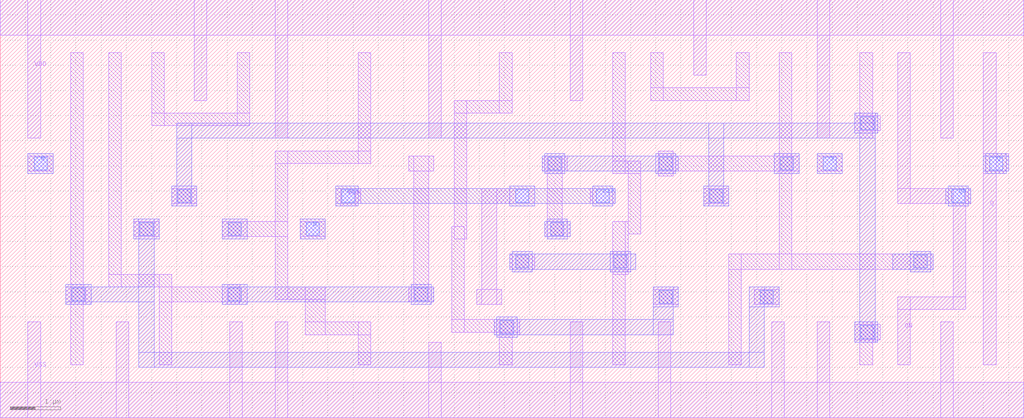
<source format=lef>
VERSION 5.7 ;
BUSBITCHARS "[]" ;
DIVIDERCHAR "/" ;

MACRO gf180mcu_osu_sc_gp12t3v3__addf_1
  CLASS CORE ;
  ORIGIN 0 0 ;
  FOREIGN gf180mcu_osu_sc_gp12t3v3__addf_1 0 0 ;
  SIZE 14 BY 8.35 ;
  SYMMETRY X Y ;
  SITE layout ;
  PIN VDD
    DIRECTION INOUT ;
    USE POWER ;
    SHAPE ABUTMENT ;
    PORT
      LAYER Metal1 ;
        RECT 0 7.6 14 8.35 ;
        RECT 12.35 5.55 12.6 8.35 ;
        RECT 10.75 5.55 11 8.35 ;
        RECT 6.5 5.55 6.75 8.35 ;
        RECT 4.8 5.55 5.05 8.35 ;
        RECT 1.4 5.55 1.65 8.35 ;
    END
  END VDD
  PIN VSS
    DIRECTION INOUT ;
    USE GROUND ;
    SHAPE ABUTMENT ;
    PORT
      LAYER Metal1 ;
        RECT 0 0 14 0.7 ;
        RECT 12.35 0 12.6 1.9 ;
        RECT 10.75 0 11 1.9 ;
        RECT 6.5 0 6.75 1.55 ;
        RECT 4.8 0 5.05 1.9 ;
        RECT 1.4 0 1.65 1.9 ;
    END
  END VSS
  PIN A
    DIRECTION INPUT ;
    USE SIGNAL ;
    PORT
      LAYER Metal1 ;
        RECT 8.7 3.6 9.2 3.9 ;
        RECT 4.6 3.6 5.1 3.9 ;
        RECT 0.6 3.6 1.1 3.9 ;
      LAYER Metal2 ;
        RECT 0.6 3.6 9.2 3.9 ;
        RECT 8.75 3.55 9.15 3.95 ;
        RECT 4.65 3.55 5.05 3.95 ;
        RECT 0.65 3.55 1.05 3.95 ;
      LAYER Via1 ;
        RECT 0.72 3.62 0.98 3.88 ;
        RECT 4.72 3.62 4.98 3.88 ;
        RECT 8.82 3.62 9.08 3.88 ;
    END
  END A
  PIN B
    DIRECTION INPUT ;
    USE SIGNAL ;
    PORT
      LAYER Metal1 ;
        RECT 9.55 4.25 10.05 4.55 ;
        RECT 3.6 4.25 6.25 4.55 ;
        RECT 1.5 4.25 2 4.55 ;
      LAYER Metal2 ;
        RECT 5.75 4.25 10.05 4.55 ;
        RECT 9.6 4.2 10 4.6 ;
        RECT 5.8 4.2 6.2 4.6 ;
        RECT 1.5 4.25 4.1 4.55 ;
        RECT 3.65 4.2 4.05 4.6 ;
        RECT 1.55 4.2 1.95 4.6 ;
      LAYER Via1 ;
        RECT 1.62 4.27 1.88 4.53 ;
        RECT 3.72 4.27 3.98 4.53 ;
        RECT 5.87 4.27 6.13 4.53 ;
        RECT 9.67 4.27 9.93 4.53 ;
    END
  END B
  PIN CI
    DIRECTION INPUT ;
    USE SIGNAL ;
    PORT
      LAYER Metal1 ;
        RECT 10.05 2.3 10.55 2.6 ;
        RECT 6.65 2.3 7.15 2.6 ;
        RECT 2.35 2.95 2.85 3.25 ;
      LAYER Metal2 ;
        RECT 2.45 2.3 10.55 2.6 ;
        RECT 10.1 2.25 10.5 2.65 ;
        RECT 10.15 2.2 10.45 2.65 ;
        RECT 6.7 2.25 7.1 2.65 ;
        RECT 6.75 2.2 7.05 2.65 ;
        RECT 2.35 2.95 2.85 3.25 ;
        RECT 2.4 2.9 2.8 3.3 ;
        RECT 2.45 2.3 2.75 3.3 ;
      LAYER Via1 ;
        RECT 2.47 2.97 2.73 3.23 ;
        RECT 6.77 2.32 7.03 2.58 ;
        RECT 10.17 2.32 10.43 2.58 ;
    END
  END CI
  PIN CO
    DIRECTION OUTPUT ;
    USE SIGNAL ;
    PORT
      LAYER Metal1 ;
        RECT 13.2 2.95 13.75 3.25 ;
        RECT 13.2 2.9 13.6 3.3 ;
        RECT 13.2 1.05 13.45 7.25 ;
      LAYER Metal2 ;
        RECT 13.25 2.95 13.75 3.25 ;
        RECT 13.3 2.9 13.7 3.3 ;
      LAYER Via1 ;
        RECT 13.37 2.97 13.63 3.23 ;
    END
  END CO
  PIN S
    DIRECTION OUTPUT ;
    USE SIGNAL ;
    PORT
      LAYER Metal1 ;
        RECT 11.6 4.25 12 4.55 ;
        RECT 11.6 1.05 11.85 7.25 ;
      LAYER Metal2 ;
        RECT 11.5 4.25 12 4.55 ;
        RECT 11.55 4.2 11.95 4.6 ;
      LAYER Via1 ;
        RECT 11.62 4.27 11.88 4.53 ;
    END
  END S
  OBS
    LAYER Metal2 ;
      RECT 12.5 2.9 12.9 3.3 ;
      RECT 7.5 2.9 7.9 3.3 ;
      RECT 7.45 2.95 12.95 3.25 ;
      RECT 12.55 2.85 12.85 3.3 ;
    LAYER Via1 ;
      RECT 12.57 2.97 12.83 3.23 ;
      RECT 7.57 2.97 7.83 3.23 ;
    LAYER Metal1 ;
      RECT 8.2 1.05 8.45 7.25 ;
      RECT 8.2 2.95 11.35 3.25 ;
      RECT 3.1 1.05 3.35 7.25 ;
      RECT 3.1 2.95 7.95 3.25 ;
      RECT 5.65 1.8 7.6 2.05 ;
      RECT 7.35 1.05 7.6 2.05 ;
      RECT 5.65 1.05 5.9 2.05 ;
      RECT 7.35 5.05 7.6 7.25 ;
      RECT 5.65 5.05 5.9 7.25 ;
      RECT 5.65 5.05 7.6 5.3 ;
      RECT 0.55 2.15 2.5 2.4 ;
      RECT 2.25 1.05 2.5 2.4 ;
      RECT 0.55 1.05 0.8 2.4 ;
      RECT 2.25 5.05 2.5 7.25 ;
      RECT 0.55 5.05 0.8 7.25 ;
      RECT 0.55 5.05 2.5 5.3 ;
      RECT 12.45 2.95 12.95 3.25 ;
  END
END gf180mcu_osu_sc_gp12t3v3__addf_1

MACRO gf180mcu_osu_sc_gp12t3v3__addh_1
  CLASS CORE ;
  ORIGIN 0 0 ;
  FOREIGN gf180mcu_osu_sc_gp12t3v3__addh_1 0 0 ;
  SIZE 8.1 BY 8.3 ;
  SYMMETRY X Y ;
  SITE layout ;
  PIN VDD
    DIRECTION INOUT ;
    USE POWER ;
    SHAPE ABUTMENT ;
    PORT
      LAYER Metal1 ;
        RECT 0 7.6 8.1 8.3 ;
        RECT 6.4 5.55 6.65 8.3 ;
        RECT 3.85 5.55 4.1 8.3 ;
        RECT 3.1 5.55 3.35 8.3 ;
        RECT 1.4 5.55 1.65 8.3 ;
    END
  END VDD
  PIN VSS
    DIRECTION INOUT ;
    USE GROUND ;
    SHAPE ABUTMENT ;
    PORT
      LAYER Metal1 ;
        RECT 0 0 8.1 0.7 ;
        RECT 6.4 0 6.65 1.9 ;
        RECT 1.4 0 1.65 1.9 ;
    END
  END VSS
  PIN A
    DIRECTION INPUT ;
    USE SIGNAL ;
    PORT
      LAYER Metal1 ;
        RECT 3.9 3.6 4.4 3.9 ;
        RECT 1.5 3.6 2 3.9 ;
      LAYER Metal2 ;
        RECT 3.9 3.55 4.4 3.95 ;
        RECT 1.5 3.6 4.4 3.9 ;
        RECT 1.5 3.55 2 3.95 ;
      LAYER Via1 ;
        RECT 1.62 3.62 1.88 3.88 ;
        RECT 4.02 3.62 4.28 3.88 ;
    END
  END A
  PIN B
    DIRECTION INPUT ;
    USE SIGNAL ;
    PORT
      LAYER Metal1 ;
        RECT 5.2 2.95 5.7 3.25 ;
        RECT 2.35 2.95 2.85 3.25 ;
      LAYER Metal2 ;
        RECT 5.2 2.9 5.7 3.3 ;
        RECT 2.35 2.95 5.7 3.25 ;
        RECT 2.35 2.9 2.85 3.3 ;
      LAYER Via1 ;
        RECT 2.47 2.97 2.73 3.23 ;
        RECT 5.32 2.97 5.58 3.23 ;
    END
  END B
  PIN CO
    DIRECTION OUTPUT ;
    USE SIGNAL ;
    PORT
      LAYER Metal1 ;
        RECT 0.4 2.3 0.9 2.6 ;
        RECT 0.55 1.05 0.8 7.25 ;
      LAYER Metal2 ;
        RECT 0.4 2.25 0.9 2.65 ;
      LAYER Via1 ;
        RECT 0.52 2.32 0.78 2.58 ;
    END
  END CO
  PIN S
    DIRECTION OUTPUT ;
    USE SIGNAL ;
    PORT
      LAYER Metal1 ;
        RECT 7.2 4.9 7.7 5.2 ;
        RECT 7.25 4.85 7.6 5.25 ;
        RECT 7.25 1.05 7.5 7.25 ;
      LAYER Metal2 ;
        RECT 7.2 4.85 7.7 5.25 ;
      LAYER Via1 ;
        RECT 7.32 4.92 7.58 5.18 ;
    END
  END S
  OBS
    LAYER Metal2 ;
      RECT 6.05 4.85 6.55 5.25 ;
      RECT 3 4.85 3.5 5.25 ;
      RECT 3 4.9 6.55 5.2 ;
    LAYER Via1 ;
      RECT 6.17 4.92 6.43 5.18 ;
      RECT 3.12 4.92 3.38 5.18 ;
    LAYER Metal1 ;
      RECT 5.55 3.6 5.8 7.25 ;
      RECT 5.55 3.6 7 3.9 ;
      RECT 4.7 3.6 7 3.85 ;
      RECT 4.7 1.45 4.95 3.85 ;
      RECT 5.55 0.95 5.8 2 ;
      RECT 3.85 0.95 4.1 2 ;
      RECT 3.85 0.95 5.8 1.2 ;
      RECT 2.25 4.9 2.5 7.25 ;
      RECT 1.05 4.9 3.5 5.2 ;
      RECT 3.1 1.05 3.35 5.2 ;
      RECT 6.05 4.9 6.55 5.2 ;
  END
END gf180mcu_osu_sc_gp12t3v3__addh_1

MACRO gf180mcu_osu_sc_gp12t3v3__and2_1
  CLASS CORE ;
  ORIGIN 0 0 ;
  FOREIGN gf180mcu_osu_sc_gp12t3v3__and2_1 0 0 ;
  SIZE 3.9 BY 8.3 ;
  SYMMETRY X Y ;
  SITE layout ;
  PIN VDD
    DIRECTION INOUT ;
    USE POWER ;
    SHAPE ABUTMENT ;
    PORT
      LAYER Metal1 ;
        RECT 0 7.6 3.9 8.3 ;
        RECT 2.25 5.55 2.5 8.3 ;
        RECT 0.55 5.55 0.8 8.3 ;
    END
  END VDD
  PIN VSS
    DIRECTION INOUT ;
    USE GROUND ;
    SHAPE ABUTMENT ;
    PORT
      LAYER Metal1 ;
        RECT 0 0 3.9 0.7 ;
        RECT 2.1 0 2.5 1.9 ;
    END
  END VSS
  PIN A
    DIRECTION INPUT ;
    USE SIGNAL ;
    PORT
      LAYER Metal1 ;
        RECT 0.6 3.6 1.1 3.9 ;
      LAYER Metal2 ;
        RECT 0.6 3.55 1.1 3.95 ;
      LAYER Via1 ;
        RECT 0.72 3.62 0.98 3.88 ;
    END
  END A
  PIN B
    DIRECTION INPUT ;
    USE SIGNAL ;
    PORT
      LAYER Metal1 ;
        RECT 1.9 2.95 2.4 3.25 ;
      LAYER Metal2 ;
        RECT 1.9 2.9 2.4 3.3 ;
      LAYER Via1 ;
        RECT 2.02 2.97 2.28 3.23 ;
    END
  END B
  PIN Y
    DIRECTION OUTPUT ;
    USE SIGNAL ;
    PORT
      LAYER Metal1 ;
        RECT 3.1 4.95 3.6 5.25 ;
        RECT 3.1 4.9 3.5 5.25 ;
        RECT 3.1 4.9 3.45 5.3 ;
        RECT 3.1 1.05 3.35 7.25 ;
      LAYER Metal2 ;
        RECT 3.1 4.9 3.6 5.3 ;
      LAYER Via1 ;
        RECT 3.22 4.97 3.48 5.23 ;
    END
  END Y
  OBS
    LAYER Metal2 ;
      RECT 2.35 4.2 2.85 4.6 ;
      RECT 1.3 4.2 1.8 4.6 ;
    LAYER Via1 ;
      RECT 2.47 4.27 2.73 4.53 ;
      RECT 1.42 4.27 1.68 4.53 ;
    LAYER Metal1 ;
      RECT 1.4 2 1.65 7.25 ;
      RECT 1.3 4.25 2.85 4.55 ;
      RECT 0.7 2 1.65 2.25 ;
      RECT 0.7 1.05 0.95 2.25 ;
  END
END gf180mcu_osu_sc_gp12t3v3__and2_1

MACRO gf180mcu_osu_sc_gp12t3v3__aoi21_1
  CLASS CORE ;
  ORIGIN 0 0 ;
  FOREIGN gf180mcu_osu_sc_gp12t3v3__aoi21_1 0 0 ;
  SIZE 3.9 BY 8.3 ;
  SYMMETRY X Y ;
  SITE layout ;
  PIN VDD
    DIRECTION INOUT ;
    USE POWER ;
    SHAPE ABUTMENT ;
    PORT
      LAYER Metal1 ;
        RECT 0 7.6 3.9 8.3 ;
        RECT 1.4 6.3 1.65 8.3 ;
    END
  END VDD
  PIN VSS
    DIRECTION INOUT ;
    USE GROUND ;
    SHAPE ABUTMENT ;
    PORT
      LAYER Metal1 ;
        RECT 0 0 3.9 0.7 ;
        RECT 2.95 0 3.2 1.9 ;
        RECT 0.7 0 0.95 1.9 ;
    END
  END VSS
  PIN A0
    DIRECTION INPUT ;
    USE SIGNAL ;
    PORT
      LAYER Metal1 ;
        RECT 0.6 3.6 1.1 3.9 ;
      LAYER Metal2 ;
        RECT 0.6 3.55 1.1 3.95 ;
      LAYER Via1 ;
        RECT 0.72 3.62 0.98 3.88 ;
    END
  END A0
  PIN A1
    DIRECTION INPUT ;
    USE SIGNAL ;
    PORT
      LAYER Metal1 ;
        RECT 1.6 4.25 2.1 4.55 ;
      LAYER Metal2 ;
        RECT 1.6 4.2 2.1 4.6 ;
      LAYER Via1 ;
        RECT 1.72 4.27 1.98 4.53 ;
    END
  END A1
  PIN B
    DIRECTION INPUT ;
    USE SIGNAL ;
    PORT
      LAYER Metal1 ;
        RECT 2.35 3.6 2.85 3.9 ;
      LAYER Metal2 ;
        RECT 2.35 3.55 2.85 3.95 ;
      LAYER Via1 ;
        RECT 2.47 3.62 2.73 3.88 ;
    END
  END B
  PIN Y
    DIRECTION OUTPUT ;
    USE SIGNAL ;
    PORT
      LAYER Metal1 ;
        RECT 3 4.9 3.5 5.2 ;
        RECT 3.1 2.65 3.35 7.25 ;
        RECT 2.1 2.65 3.35 2.9 ;
        RECT 2.1 1.05 2.35 2.9 ;
      LAYER Metal2 ;
        RECT 3 4.85 3.5 5.25 ;
      LAYER Via1 ;
        RECT 3.12 4.92 3.38 5.18 ;
    END
  END Y
  OBS
    LAYER Metal1 ;
      RECT 2.25 5.8 2.5 7.25 ;
      RECT 0.55 5.8 0.8 7.25 ;
      RECT 0.55 5.8 2.5 6.05 ;
  END
END gf180mcu_osu_sc_gp12t3v3__aoi21_1

MACRO gf180mcu_osu_sc_gp12t3v3__aoi22_1
  CLASS CORE ;
  ORIGIN 0 0 ;
  FOREIGN gf180mcu_osu_sc_gp12t3v3__aoi22_1 0 0 ;
  SIZE 5.35 BY 8.3 ;
  SYMMETRY X Y ;
  SITE layout ;
  PIN VDD
    DIRECTION INOUT ;
    USE POWER ;
    SHAPE ABUTMENT ;
    PORT
      LAYER Metal1 ;
        RECT 0 7.6 5.35 8.3 ;
        RECT 1.4 6.3 1.65 8.3 ;
    END
  END VDD
  PIN VSS
    DIRECTION INOUT ;
    USE GROUND ;
    SHAPE ABUTMENT ;
    PORT
      LAYER Metal1 ;
        RECT 0 0 5.35 0.7 ;
        RECT 3.5 0 3.75 1.9 ;
        RECT 0.7 0 0.95 1.9 ;
    END
  END VSS
  PIN A0
    DIRECTION INPUT ;
    USE SIGNAL ;
    PORT
      LAYER Metal1 ;
        RECT 0.6 3.6 1.1 3.9 ;
      LAYER Metal2 ;
        RECT 0.6 3.55 1.1 3.95 ;
      LAYER Via1 ;
        RECT 0.72 3.62 0.98 3.88 ;
    END
  END A0
  PIN A1
    DIRECTION INPUT ;
    USE SIGNAL ;
    PORT
      LAYER Metal1 ;
        RECT 1.6 4.25 2.1 4.55 ;
      LAYER Metal2 ;
        RECT 1.6 4.2 2.1 4.6 ;
      LAYER Via1 ;
        RECT 1.72 4.27 1.98 4.53 ;
    END
  END A1
  PIN B0
    DIRECTION INPUT ;
    USE SIGNAL ;
    PORT
      LAYER Metal1 ;
        RECT 2.35 3.6 2.85 3.9 ;
      LAYER Metal2 ;
        RECT 2.35 3.55 2.85 3.95 ;
      LAYER Via1 ;
        RECT 2.47 3.62 2.73 3.88 ;
    END
  END B0
  PIN B1
    DIRECTION INPUT ;
    USE SIGNAL ;
    PORT
      LAYER Metal1 ;
        RECT 3.3 4.25 3.8 4.55 ;
      LAYER Metal2 ;
        RECT 3.3 4.2 3.8 4.6 ;
      LAYER Via1 ;
        RECT 3.42 4.27 3.68 4.53 ;
    END
  END B1
  PIN Y
    DIRECTION OUTPUT ;
    USE SIGNAL ;
    PORT
      LAYER Metal1 ;
        RECT 4.3 4.9 4.8 5.2 ;
        RECT 4.45 6.1 4.75 6.6 ;
        RECT 4.45 4.9 4.7 6.6 ;
        RECT 4.4 3.1 4.65 5.2 ;
        RECT 2.1 3.1 4.65 3.35 ;
        RECT 2.1 1.05 2.35 3.35 ;
        RECT 3 6.2 3.5 6.5 ;
        RECT 3.1 6.2 3.35 7.25 ;
      LAYER Metal2 ;
        RECT 4.35 6.15 4.85 6.55 ;
        RECT 3 6.2 4.85 6.5 ;
        RECT 3 6.15 3.5 6.55 ;
        RECT 4.3 4.85 4.8 5.25 ;
      LAYER Via1 ;
        RECT 3.12 6.22 3.38 6.48 ;
        RECT 4.42 4.92 4.68 5.18 ;
        RECT 4.47 6.22 4.73 6.48 ;
    END
  END Y
  OBS
    LAYER Metal1 ;
      RECT 3.95 5.7 4.2 7.25 ;
      RECT 2.25 5.7 2.5 7.25 ;
      RECT 0.55 5.7 0.8 7.25 ;
      RECT 0.55 5.7 4.2 5.95 ;
  END
END gf180mcu_osu_sc_gp12t3v3__aoi22_1

MACRO gf180mcu_osu_sc_gp12t3v3__buf_1
  CLASS CORE ;
  ORIGIN 0 0 ;
  FOREIGN gf180mcu_osu_sc_gp12t3v3__buf_1 0 0 ;
  SIZE 3.1 BY 8.3 ;
  SYMMETRY X Y ;
  SITE layout ;
  PIN VDD
    DIRECTION INOUT ;
    USE POWER ;
    SHAPE ABUTMENT ;
    PORT
      LAYER Metal1 ;
        RECT 0 7.6 3.1 8.3 ;
        RECT 1.4 5.55 1.65 8.3 ;
    END
  END VDD
  PIN VSS
    DIRECTION INOUT ;
    USE GROUND ;
    SHAPE ABUTMENT ;
    PORT
      LAYER Metal1 ;
        RECT 0 0 3.1 0.7 ;
        RECT 1.4 0 1.65 1.9 ;
    END
  END VSS
  PIN A
    DIRECTION INPUT ;
    USE SIGNAL ;
    PORT
      LAYER Metal1 ;
        RECT 1.05 4.25 1.55 4.55 ;
      LAYER Metal2 ;
        RECT 1.05 4.25 1.55 4.55 ;
        RECT 1.1 4.2 1.5 4.6 ;
      LAYER Via1 ;
        RECT 1.17 4.27 1.43 4.53 ;
    END
  END A
  PIN Y
    DIRECTION OUTPUT ;
    USE SIGNAL ;
    PORT
      LAYER Metal1 ;
        RECT 2.15 4.9 2.65 5.2 ;
        RECT 2.25 1.05 2.5 7.25 ;
      LAYER Metal2 ;
        RECT 2.15 4.85 2.65 5.25 ;
      LAYER Via1 ;
        RECT 2.27 4.92 2.53 5.18 ;
    END
  END Y
  OBS
    LAYER Metal1 ;
      RECT 0.55 1.05 0.8 7.25 ;
      RECT 0.55 3 2 3.3 ;
  END
END gf180mcu_osu_sc_gp12t3v3__buf_1

MACRO gf180mcu_osu_sc_gp12t3v3__buf_16
  CLASS CORE ;
  ORIGIN 0 0 ;
  FOREIGN gf180mcu_osu_sc_gp12t3v3__buf_16 0 0 ;
  SIZE 15.8 BY 8.3 ;
  SYMMETRY X Y ;
  SITE layout ;
  PIN VDD
    DIRECTION INOUT ;
    USE POWER ;
    SHAPE ABUTMENT ;
    PORT
      LAYER Metal1 ;
        RECT 0 7.6 15.8 8.3 ;
        RECT 15 5.55 15.25 8.3 ;
        RECT 13.3 5.55 13.55 8.3 ;
        RECT 11.6 5.55 11.85 8.3 ;
        RECT 9.9 5.55 10.15 8.3 ;
        RECT 8.2 5.55 8.45 8.3 ;
        RECT 6.5 5.55 6.75 8.3 ;
        RECT 4.8 5.55 5.05 8.3 ;
        RECT 3.1 5.55 3.35 8.3 ;
        RECT 1.4 5.55 1.65 8.3 ;
    END
  END VDD
  PIN VSS
    DIRECTION INOUT ;
    USE GROUND ;
    SHAPE ABUTMENT ;
    PORT
      LAYER Metal1 ;
        RECT 0 0 15.8 0.7 ;
        RECT 15 0 15.25 1.9 ;
        RECT 13.3 0 13.55 1.9 ;
        RECT 11.6 0 11.85 1.9 ;
        RECT 9.9 0 10.15 1.9 ;
        RECT 8.2 0 8.45 1.9 ;
        RECT 6.5 0 6.75 1.9 ;
        RECT 4.8 0 5.05 1.9 ;
        RECT 3.1 0 3.35 1.9 ;
        RECT 1.4 0 1.65 1.9 ;
    END
  END VSS
  PIN A
    DIRECTION INPUT ;
    USE SIGNAL ;
    PORT
      LAYER Metal1 ;
        RECT 1.05 4.25 1.55 4.55 ;
      LAYER Metal2 ;
        RECT 1.05 4.25 1.55 4.55 ;
        RECT 1.1 4.2 1.5 4.6 ;
      LAYER Via1 ;
        RECT 1.17 4.27 1.43 4.53 ;
    END
  END A
  PIN Y
    DIRECTION OUTPUT ;
    USE SIGNAL ;
    PORT
      LAYER Metal1 ;
        RECT 14.05 4.9 14.55 5.2 ;
        RECT 14.15 1.05 14.4 7.25 ;
        RECT 2.25 4.95 14.4 5.25 ;
        RECT 2.25 2.15 14.4 2.4 ;
        RECT 12.45 1.05 12.7 7.25 ;
        RECT 10.75 1.05 11 7.25 ;
        RECT 9.05 1.05 9.3 7.25 ;
        RECT 7.35 1.05 7.6 7.25 ;
        RECT 5.65 1.05 5.9 7.25 ;
        RECT 3.95 1.05 4.2 7.25 ;
        RECT 2.25 1.05 2.5 7.25 ;
      LAYER Metal2 ;
        RECT 14 4.95 14.55 5.25 ;
        RECT 14.05 4.85 14.55 5.25 ;
      LAYER Via1 ;
        RECT 14.17 4.92 14.43 5.18 ;
    END
  END Y
  OBS
    LAYER Metal1 ;
      RECT 0.55 1.05 0.8 7.25 ;
      RECT 0.55 3 2 3.3 ;
  END
END gf180mcu_osu_sc_gp12t3v3__buf_16

MACRO gf180mcu_osu_sc_gp12t3v3__buf_2
  CLASS CORE ;
  ORIGIN 0 0 ;
  FOREIGN gf180mcu_osu_sc_gp12t3v3__buf_2 0 0 ;
  SIZE 3.9 BY 8.3 ;
  SYMMETRY X Y ;
  SITE layout ;
  PIN VDD
    DIRECTION INOUT ;
    USE POWER ;
    SHAPE ABUTMENT ;
    PORT
      LAYER Metal1 ;
        RECT 0 7.6 3.9 8.3 ;
        RECT 3.1 5.55 3.35 8.3 ;
        RECT 1.4 5.55 1.65 8.3 ;
    END
  END VDD
  PIN VSS
    DIRECTION INOUT ;
    USE GROUND ;
    SHAPE ABUTMENT ;
    PORT
      LAYER Metal1 ;
        RECT 0 0 3.9 0.7 ;
        RECT 3.1 0 3.35 1.9 ;
        RECT 1.4 0 1.65 1.9 ;
    END
  END VSS
  PIN A
    DIRECTION INPUT ;
    USE SIGNAL ;
    PORT
      LAYER Metal1 ;
        RECT 1.05 4.25 1.55 4.55 ;
      LAYER Metal2 ;
        RECT 1.05 4.25 1.55 4.55 ;
        RECT 1.1 4.2 1.5 4.6 ;
      LAYER Via1 ;
        RECT 1.17 4.27 1.43 4.53 ;
    END
  END A
  PIN Y
    DIRECTION OUTPUT ;
    USE SIGNAL ;
    PORT
      LAYER Metal1 ;
        RECT 2.15 4.9 2.65 5.2 ;
        RECT 2.25 1.05 2.5 7.25 ;
      LAYER Metal2 ;
        RECT 2.15 4.85 2.65 5.25 ;
      LAYER Via1 ;
        RECT 2.27 4.92 2.53 5.18 ;
    END
  END Y
  OBS
    LAYER Metal1 ;
      RECT 0.55 1.05 0.8 7.25 ;
      RECT 0.55 3 2 3.3 ;
  END
END gf180mcu_osu_sc_gp12t3v3__buf_2

MACRO gf180mcu_osu_sc_gp12t3v3__buf_4
  CLASS CORE ;
  ORIGIN 0 0 ;
  FOREIGN gf180mcu_osu_sc_gp12t3v3__buf_4 0 0 ;
  SIZE 5.6 BY 8.3 ;
  SYMMETRY X Y ;
  SITE layout ;
  PIN VDD
    DIRECTION INOUT ;
    USE POWER ;
    SHAPE ABUTMENT ;
    PORT
      LAYER Metal1 ;
        RECT 0 7.6 5.6 8.3 ;
        RECT 4.8 5.55 5.05 8.3 ;
        RECT 3.1 5.55 3.35 8.3 ;
        RECT 1.4 5.55 1.65 8.3 ;
    END
  END VDD
  PIN VSS
    DIRECTION INOUT ;
    USE GROUND ;
    SHAPE ABUTMENT ;
    PORT
      LAYER Metal1 ;
        RECT 0 0 5.6 0.7 ;
        RECT 4.8 0 5.05 1.9 ;
        RECT 3.1 0 3.35 1.9 ;
        RECT 1.4 0 1.65 1.9 ;
    END
  END VSS
  PIN A
    DIRECTION INPUT ;
    USE SIGNAL ;
    PORT
      LAYER Metal1 ;
        RECT 1.05 4.25 1.55 4.55 ;
      LAYER Metal2 ;
        RECT 1.05 4.25 1.55 4.55 ;
        RECT 1.1 4.2 1.5 4.6 ;
      LAYER Via1 ;
        RECT 1.17 4.27 1.43 4.53 ;
    END
  END A
  PIN Y
    DIRECTION OUTPUT ;
    USE SIGNAL ;
    PORT
      LAYER Metal1 ;
        RECT 3.85 4.9 4.35 5.2 ;
        RECT 3.95 1.05 4.2 7.25 ;
        RECT 2.25 4.95 4.2 5.25 ;
        RECT 2.25 2.15 4.2 2.4 ;
        RECT 2.25 1.05 2.5 7.25 ;
      LAYER Metal2 ;
        RECT 3.8 4.95 4.35 5.25 ;
        RECT 3.85 4.85 4.35 5.25 ;
      LAYER Via1 ;
        RECT 3.97 4.92 4.23 5.18 ;
    END
  END Y
  OBS
    LAYER Metal1 ;
      RECT 0.55 1.05 0.8 7.25 ;
      RECT 0.55 3 2 3.3 ;
  END
END gf180mcu_osu_sc_gp12t3v3__buf_4

MACRO gf180mcu_osu_sc_gp12t3v3__buf_8
  CLASS CORE ;
  ORIGIN 0 0 ;
  FOREIGN gf180mcu_osu_sc_gp12t3v3__buf_8 0 0 ;
  SIZE 9 BY 8.3 ;
  SYMMETRY X Y ;
  SITE layout ;
  PIN VDD
    DIRECTION INOUT ;
    USE POWER ;
    SHAPE ABUTMENT ;
    PORT
      LAYER Metal1 ;
        RECT 0 7.6 9 8.3 ;
        RECT 8.2 5.55 8.45 8.3 ;
        RECT 6.5 5.55 6.75 8.3 ;
        RECT 4.8 5.55 5.05 8.3 ;
        RECT 3.1 5.55 3.35 8.3 ;
        RECT 1.4 5.55 1.65 8.3 ;
    END
  END VDD
  PIN VSS
    DIRECTION INOUT ;
    USE GROUND ;
    SHAPE ABUTMENT ;
    PORT
      LAYER Metal1 ;
        RECT 0 0 9 0.7 ;
        RECT 8.2 0 8.45 1.9 ;
        RECT 6.5 0 6.75 1.9 ;
        RECT 4.8 0 5.05 1.9 ;
        RECT 3.1 0 3.35 1.9 ;
        RECT 1.4 0 1.65 1.9 ;
    END
  END VSS
  PIN A
    DIRECTION INPUT ;
    USE SIGNAL ;
    PORT
      LAYER Metal1 ;
        RECT 1.05 4.25 1.55 4.55 ;
      LAYER Metal2 ;
        RECT 1.05 4.25 1.55 4.55 ;
        RECT 1.1 4.2 1.5 4.6 ;
      LAYER Via1 ;
        RECT 1.17 4.27 1.43 4.53 ;
    END
  END A
  PIN Y
    DIRECTION OUTPUT ;
    USE SIGNAL ;
    PORT
      LAYER Metal1 ;
        RECT 7.25 4.9 7.75 5.2 ;
        RECT 7.35 1.05 7.6 7.25 ;
        RECT 2.25 4.95 7.6 5.25 ;
        RECT 2.25 2.15 7.6 2.4 ;
        RECT 5.65 1.05 5.9 7.25 ;
        RECT 3.95 1.05 4.2 7.25 ;
        RECT 2.25 1.05 2.5 7.25 ;
      LAYER Metal2 ;
        RECT 7.2 4.95 7.75 5.25 ;
        RECT 7.25 4.85 7.75 5.25 ;
      LAYER Via1 ;
        RECT 7.37 4.92 7.63 5.18 ;
    END
  END Y
  OBS
    LAYER Metal1 ;
      RECT 0.55 1.05 0.8 7.25 ;
      RECT 0.55 3 2 3.3 ;
  END
END gf180mcu_osu_sc_gp12t3v3__buf_8

MACRO gf180mcu_osu_sc_gp12t3v3__clkbuf_1
  CLASS CORE ;
  ORIGIN 0 0 ;
  FOREIGN gf180mcu_osu_sc_gp12t3v3__clkbuf_1 0 0 ;
  SIZE 3.1 BY 8.3 ;
  SYMMETRY X Y ;
  SITE layout ;
  PIN VDD
    DIRECTION INOUT ;
    USE POWER ;
    SHAPE ABUTMENT ;
    PORT
      LAYER Metal1 ;
        RECT 0 7.6 3.1 8.3 ;
        RECT 1.4 5.55 1.65 8.3 ;
    END
  END VDD
  PIN VSS
    DIRECTION INOUT ;
    USE GROUND ;
    SHAPE ABUTMENT ;
    PORT
      LAYER Metal1 ;
        RECT 0 0 3.1 0.7 ;
        RECT 1.4 0 1.65 1.9 ;
    END
  END VSS
  PIN A
    DIRECTION INPUT ;
    USE SIGNAL ;
    PORT
      LAYER Metal1 ;
        RECT 1.05 4.25 1.55 4.55 ;
      LAYER Metal2 ;
        RECT 1.05 4.25 1.55 4.55 ;
        RECT 1.1 4.2 1.5 4.6 ;
      LAYER Via1 ;
        RECT 1.17 4.27 1.43 4.53 ;
    END
  END A
  PIN Y
    DIRECTION OUTPUT ;
    USE SIGNAL ;
    PORT
      LAYER Metal1 ;
        RECT 2.15 4.9 2.65 5.2 ;
        RECT 2.25 1.05 2.5 7.25 ;
      LAYER Metal2 ;
        RECT 2.15 4.85 2.65 5.25 ;
      LAYER Via1 ;
        RECT 2.27 4.92 2.53 5.18 ;
    END
  END Y
  OBS
    LAYER Metal1 ;
      RECT 0.55 1.05 0.8 7.25 ;
      RECT 0.55 3 2 3.3 ;
  END
END gf180mcu_osu_sc_gp12t3v3__clkbuf_1

MACRO gf180mcu_osu_sc_gp12t3v3__clkbuf_16
  CLASS CORE ;
  ORIGIN 0 0 ;
  FOREIGN gf180mcu_osu_sc_gp12t3v3__clkbuf_16 0 0 ;
  SIZE 15.8 BY 8.3 ;
  SYMMETRY X Y ;
  SITE layout ;
  PIN VDD
    DIRECTION INOUT ;
    USE POWER ;
    SHAPE ABUTMENT ;
    PORT
      LAYER Metal1 ;
        RECT 0 7.6 15.8 8.3 ;
        RECT 15 5.55 15.25 8.3 ;
        RECT 13.3 5.55 13.55 8.3 ;
        RECT 11.6 5.55 11.85 8.3 ;
        RECT 9.9 5.55 10.15 8.3 ;
        RECT 8.2 5.55 8.45 8.3 ;
        RECT 6.5 5.55 6.75 8.3 ;
        RECT 4.8 5.55 5.05 8.3 ;
        RECT 3.1 5.55 3.35 8.3 ;
        RECT 1.4 5.55 1.65 8.3 ;
    END
  END VDD
  PIN VSS
    DIRECTION INOUT ;
    USE GROUND ;
    SHAPE ABUTMENT ;
    PORT
      LAYER Metal1 ;
        RECT 0 0 15.8 0.7 ;
        RECT 15 0 15.25 1.9 ;
        RECT 13.3 0 13.55 1.9 ;
        RECT 11.6 0 11.85 1.9 ;
        RECT 9.9 0 10.15 1.9 ;
        RECT 8.2 0 8.45 1.9 ;
        RECT 6.5 0 6.75 1.9 ;
        RECT 4.8 0 5.05 1.9 ;
        RECT 3.1 0 3.35 1.9 ;
        RECT 1.4 0 1.65 1.9 ;
    END
  END VSS
  PIN A
    DIRECTION INPUT ;
    USE SIGNAL ;
    PORT
      LAYER Metal1 ;
        RECT 1.05 4.25 1.55 4.55 ;
      LAYER Metal2 ;
        RECT 1.05 4.25 1.55 4.55 ;
        RECT 1.1 4.2 1.5 4.6 ;
      LAYER Via1 ;
        RECT 1.17 4.27 1.43 4.53 ;
    END
  END A
  PIN Y
    DIRECTION OUTPUT ;
    USE SIGNAL ;
    PORT
      LAYER Metal1 ;
        RECT 2.25 4.95 14.55 5.25 ;
        RECT 14.15 1.05 14.4 7.25 ;
        RECT 2.25 2.15 14.4 2.4 ;
        RECT 12.45 1.05 12.7 7.25 ;
        RECT 10.75 1.05 11 7.25 ;
        RECT 9.05 1.05 9.3 7.25 ;
        RECT 7.35 1.05 7.6 7.25 ;
        RECT 5.65 1.05 5.9 7.25 ;
        RECT 3.95 1.05 4.2 7.25 ;
        RECT 2.25 1.05 2.5 7.25 ;
      LAYER Metal2 ;
        RECT 14.05 4.9 14.55 5.3 ;
        RECT 14 4.95 14.55 5.25 ;
      LAYER Via1 ;
        RECT 14.17 4.97 14.43 5.23 ;
    END
  END Y
  OBS
    LAYER Metal1 ;
      RECT 0.55 1.05 0.8 7.25 ;
      RECT 0.55 3 2 3.3 ;
  END
END gf180mcu_osu_sc_gp12t3v3__clkbuf_16

MACRO gf180mcu_osu_sc_gp12t3v3__clkbuf_2
  CLASS CORE ;
  ORIGIN 0 0 ;
  FOREIGN gf180mcu_osu_sc_gp12t3v3__clkbuf_2 0 0 ;
  SIZE 3.9 BY 8.3 ;
  SYMMETRY X Y ;
  SITE layout ;
  PIN VDD
    DIRECTION INOUT ;
    USE POWER ;
    SHAPE ABUTMENT ;
    PORT
      LAYER Metal1 ;
        RECT 0 7.6 3.9 8.3 ;
        RECT 3.1 5.55 3.35 8.3 ;
        RECT 1.4 5.55 1.65 8.3 ;
    END
  END VDD
  PIN VSS
    DIRECTION INOUT ;
    USE GROUND ;
    SHAPE ABUTMENT ;
    PORT
      LAYER Metal1 ;
        RECT 0 0 3.9 0.7 ;
        RECT 3.1 0 3.35 1.9 ;
        RECT 1.4 0 1.65 1.9 ;
    END
  END VSS
  PIN A
    DIRECTION INPUT ;
    USE SIGNAL ;
    PORT
      LAYER Metal1 ;
        RECT 1.05 4.25 1.55 4.55 ;
      LAYER Metal2 ;
        RECT 1.05 4.25 1.55 4.55 ;
        RECT 1.1 4.2 1.5 4.6 ;
      LAYER Via1 ;
        RECT 1.17 4.27 1.43 4.53 ;
    END
  END A
  PIN Y
    DIRECTION OUTPUT ;
    USE SIGNAL ;
    PORT
      LAYER Metal1 ;
        RECT 2.15 4.95 2.65 5.25 ;
        RECT 2.25 1.05 2.5 7.25 ;
      LAYER Metal2 ;
        RECT 2.15 4.9 2.65 5.3 ;
      LAYER Via1 ;
        RECT 2.27 4.97 2.53 5.23 ;
    END
  END Y
  OBS
    LAYER Metal1 ;
      RECT 0.55 1.05 0.8 7.25 ;
      RECT 0.55 3 2 3.3 ;
  END
END gf180mcu_osu_sc_gp12t3v3__clkbuf_2

MACRO gf180mcu_osu_sc_gp12t3v3__clkbuf_4
  CLASS CORE ;
  ORIGIN 0 0 ;
  FOREIGN gf180mcu_osu_sc_gp12t3v3__clkbuf_4 0 0 ;
  SIZE 5.6 BY 8.3 ;
  SYMMETRY X Y ;
  SITE layout ;
  PIN VDD
    DIRECTION INOUT ;
    USE POWER ;
    SHAPE ABUTMENT ;
    PORT
      LAYER Metal1 ;
        RECT 0 7.6 5.6 8.3 ;
        RECT 4.8 5.55 5.05 8.3 ;
        RECT 3.1 5.55 3.35 8.3 ;
        RECT 1.4 5.55 1.65 8.3 ;
    END
  END VDD
  PIN VSS
    DIRECTION INOUT ;
    USE GROUND ;
    SHAPE ABUTMENT ;
    PORT
      LAYER Metal1 ;
        RECT 0 0 5.6 0.7 ;
        RECT 4.8 0 5.05 1.9 ;
        RECT 3.1 0 3.35 1.9 ;
        RECT 1.4 0 1.65 1.9 ;
    END
  END VSS
  PIN A
    DIRECTION INPUT ;
    USE SIGNAL ;
    PORT
      LAYER Metal1 ;
        RECT 1.05 4.25 1.55 4.55 ;
      LAYER Metal2 ;
        RECT 1.05 4.25 1.55 4.55 ;
        RECT 1.1 4.2 1.5 4.6 ;
      LAYER Via1 ;
        RECT 1.17 4.27 1.43 4.53 ;
    END
  END A
  PIN Y
    DIRECTION OUTPUT ;
    USE SIGNAL ;
    PORT
      LAYER Metal1 ;
        RECT 2.25 4.95 4.35 5.25 ;
        RECT 3.95 1.05 4.2 7.25 ;
        RECT 2.25 2.15 4.2 2.4 ;
        RECT 2.25 1.05 2.5 7.25 ;
      LAYER Metal2 ;
        RECT 3.85 4.9 4.35 5.3 ;
        RECT 3.8 4.95 4.35 5.25 ;
      LAYER Via1 ;
        RECT 3.97 4.97 4.23 5.23 ;
    END
  END Y
  OBS
    LAYER Metal1 ;
      RECT 0.55 1.05 0.8 7.25 ;
      RECT 0.55 3 2 3.3 ;
  END
END gf180mcu_osu_sc_gp12t3v3__clkbuf_4

MACRO gf180mcu_osu_sc_gp12t3v3__clkbuf_8
  CLASS CORE ;
  ORIGIN 0 0 ;
  FOREIGN gf180mcu_osu_sc_gp12t3v3__clkbuf_8 0 0 ;
  SIZE 9 BY 8.3 ;
  SYMMETRY X Y ;
  SITE layout ;
  PIN VDD
    DIRECTION INOUT ;
    USE POWER ;
    SHAPE ABUTMENT ;
    PORT
      LAYER Metal1 ;
        RECT 0 7.6 9 8.3 ;
        RECT 8.2 5.55 8.45 8.3 ;
        RECT 6.5 5.55 6.75 8.3 ;
        RECT 4.8 5.55 5.05 8.3 ;
        RECT 3.1 5.55 3.35 8.3 ;
        RECT 1.4 5.55 1.65 8.3 ;
    END
  END VDD
  PIN VSS
    DIRECTION INOUT ;
    USE GROUND ;
    SHAPE ABUTMENT ;
    PORT
      LAYER Metal1 ;
        RECT 0 0 9 0.7 ;
        RECT 8.2 0 8.45 1.9 ;
        RECT 6.5 0 6.75 1.9 ;
        RECT 4.8 0 5.05 1.9 ;
        RECT 3.1 0 3.35 1.9 ;
        RECT 1.4 0 1.65 1.9 ;
    END
  END VSS
  PIN A
    DIRECTION INPUT ;
    USE SIGNAL ;
    PORT
      LAYER Metal1 ;
        RECT 1.05 4.25 1.55 4.55 ;
      LAYER Metal2 ;
        RECT 1.05 4.25 1.55 4.55 ;
        RECT 1.1 4.2 1.5 4.6 ;
      LAYER Via1 ;
        RECT 1.17 4.27 1.43 4.53 ;
    END
  END A
  PIN Y
    DIRECTION OUTPUT ;
    USE SIGNAL ;
    PORT
      LAYER Metal1 ;
        RECT 2.25 4.95 7.75 5.25 ;
        RECT 7.35 1.05 7.6 7.25 ;
        RECT 2.25 2.15 7.6 2.4 ;
        RECT 5.65 1.05 5.9 7.25 ;
        RECT 3.95 1.05 4.2 7.25 ;
        RECT 2.25 1.05 2.5 7.25 ;
      LAYER Metal2 ;
        RECT 7.25 4.9 7.75 5.3 ;
        RECT 7.2 4.95 7.75 5.25 ;
      LAYER Via1 ;
        RECT 7.37 4.97 7.63 5.23 ;
    END
  END Y
  OBS
    LAYER Metal1 ;
      RECT 0.55 1.05 0.8 7.25 ;
      RECT 0.55 3 2 3.3 ;
  END
END gf180mcu_osu_sc_gp12t3v3__clkbuf_8

MACRO gf180mcu_osu_sc_gp12t3v3__clkinv_1
  CLASS CORE ;
  ORIGIN 0 0 ;
  FOREIGN gf180mcu_osu_sc_gp12t3v3__clkinv_1 0 0 ;
  SIZE 2.2 BY 8.3 ;
  SYMMETRY X Y ;
  SITE layout ;
  PIN VDD
    DIRECTION INOUT ;
    USE POWER ;
    SHAPE ABUTMENT ;
    PORT
      LAYER Metal1 ;
        RECT 0 7.6 2.2 8.3 ;
        RECT 0.55 5.55 0.8 8.3 ;
    END
  END VDD
  PIN VSS
    DIRECTION INOUT ;
    USE GROUND ;
    SHAPE ABUTMENT ;
    PORT
      LAYER Metal1 ;
        RECT 0 0 2.2 0.7 ;
        RECT 0.55 0 0.8 1.9 ;
    END
  END VSS
  PIN A
    DIRECTION INPUT ;
    USE SIGNAL ;
    PORT
      LAYER Metal1 ;
        RECT 0.55 4.9 1.05 5.2 ;
      LAYER Metal2 ;
        RECT 0.55 4.85 1.05 5.25 ;
      LAYER Via1 ;
        RECT 0.67 4.92 0.93 5.18 ;
    END
  END A
  PIN Y
    DIRECTION OUTPUT ;
    USE SIGNAL ;
    PORT
      LAYER Metal1 ;
        RECT 1.3 3.6 1.8 3.9 ;
        RECT 1.4 1.05 1.65 7.25 ;
      LAYER Metal2 ;
        RECT 1.3 3.55 1.8 3.95 ;
      LAYER Via1 ;
        RECT 1.42 3.62 1.68 3.88 ;
    END
  END Y
END gf180mcu_osu_sc_gp12t3v3__clkinv_1

MACRO gf180mcu_osu_sc_gp12t3v3__clkinv_16
  CLASS CORE ;
  ORIGIN 0 0 ;
  FOREIGN gf180mcu_osu_sc_gp12t3v3__clkinv_16 0 0 ;
  SIZE 15 BY 8.3 ;
  SYMMETRY X Y ;
  SITE layout ;
  PIN VDD
    DIRECTION INOUT ;
    USE POWER ;
    SHAPE ABUTMENT ;
    PORT
      LAYER Metal1 ;
        RECT 0 7.6 15 8.3 ;
        RECT 14.15 5.55 14.4 8.3 ;
        RECT 12.45 5.55 12.7 8.3 ;
        RECT 10.75 5.55 11 8.3 ;
        RECT 9.05 5.55 9.3 8.3 ;
        RECT 7.35 5.55 7.6 8.3 ;
        RECT 5.65 5.55 5.9 8.3 ;
        RECT 3.95 5.55 4.2 8.3 ;
        RECT 2.25 5.55 2.5 8.3 ;
        RECT 0.55 5.55 0.8 8.3 ;
    END
  END VDD
  PIN VSS
    DIRECTION INOUT ;
    USE GROUND ;
    SHAPE ABUTMENT ;
    PORT
      LAYER Metal1 ;
        RECT 0 0 15 0.7 ;
        RECT 14.15 0 14.4 1.9 ;
        RECT 12.45 0 12.7 1.9 ;
        RECT 10.75 0 11 1.9 ;
        RECT 9.05 0 9.3 1.9 ;
        RECT 7.35 0 7.6 1.9 ;
        RECT 5.65 0 5.9 1.9 ;
        RECT 3.95 0 4.2 1.9 ;
        RECT 2.25 0 2.5 1.9 ;
        RECT 0.55 0 0.8 1.9 ;
    END
  END VSS
  PIN A
    DIRECTION INPUT ;
    USE SIGNAL ;
    PORT
      LAYER Metal1 ;
        RECT 0.4 3.6 0.9 3.9 ;
      LAYER Metal2 ;
        RECT 0.4 3.55 0.9 3.95 ;
      LAYER Via1 ;
        RECT 0.52 3.62 0.78 3.88 ;
    END
  END A
  PIN Y
    DIRECTION OUTPUT ;
    USE SIGNAL ;
    PORT
      LAYER Metal1 ;
        RECT 13.3 1.05 13.55 7.25 ;
        RECT 1.4 4.55 13.55 4.8 ;
        RECT 13.15 4.45 13.55 4.8 ;
        RECT 1.4 2.15 13.55 2.4 ;
        RECT 11.6 1.05 11.85 7.25 ;
        RECT 9.9 1.05 10.15 7.25 ;
        RECT 8.2 1.05 8.45 7.25 ;
        RECT 6.5 1.05 6.75 7.25 ;
        RECT 4.8 1.05 5.05 7.25 ;
        RECT 3.1 1.05 3.35 7.25 ;
        RECT 1.4 1.05 1.65 7.25 ;
      LAYER Metal2 ;
        RECT 13.15 4.45 13.65 4.85 ;
      LAYER Via1 ;
        RECT 13.27 4.52 13.53 4.78 ;
    END
  END Y
END gf180mcu_osu_sc_gp12t3v3__clkinv_16

MACRO gf180mcu_osu_sc_gp12t3v3__clkinv_2
  CLASS CORE ;
  ORIGIN 0 0 ;
  FOREIGN gf180mcu_osu_sc_gp12t3v3__clkinv_2 0 0 ;
  SIZE 3.2 BY 8.3 ;
  SYMMETRY X Y ;
  SITE layout ;
  PIN VDD
    DIRECTION INOUT ;
    USE POWER ;
    SHAPE ABUTMENT ;
    PORT
      LAYER Metal1 ;
        RECT 0 7.6 3.2 8.3 ;
        RECT 2.3 5.55 2.55 8.3 ;
        RECT 0.55 5.55 0.8 8.3 ;
    END
  END VDD
  PIN VSS
    DIRECTION INOUT ;
    USE GROUND ;
    SHAPE ABUTMENT ;
    PORT
      LAYER Metal1 ;
        RECT 0 0 3.2 0.7 ;
        RECT 2.25 0 2.5 1.9 ;
        RECT 0.55 0 0.8 1.9 ;
    END
  END VSS
  PIN A
    DIRECTION INPUT ;
    USE SIGNAL ;
    PORT
      LAYER Metal1 ;
        RECT 0.65 3.6 1.15 3.9 ;
      LAYER Metal2 ;
        RECT 0.65 3.55 1.15 3.95 ;
      LAYER Via1 ;
        RECT 0.77 3.62 1.03 3.88 ;
    END
  END A
  PIN Y
    DIRECTION OUTPUT ;
    USE SIGNAL ;
    PORT
      LAYER Metal1 ;
        RECT 1.4 4.5 2 4.8 ;
        RECT 1.4 4.35 1.85 4.9 ;
        RECT 1.4 1.05 1.65 7.25 ;
      LAYER Metal2 ;
        RECT 1.5 4.45 2 4.85 ;
      LAYER Via1 ;
        RECT 1.62 4.52 1.88 4.78 ;
    END
  END Y
END gf180mcu_osu_sc_gp12t3v3__clkinv_2

MACRO gf180mcu_osu_sc_gp12t3v3__clkinv_4
  CLASS CORE ;
  ORIGIN 0 0 ;
  FOREIGN gf180mcu_osu_sc_gp12t3v3__clkinv_4 0 0 ;
  SIZE 4.8 BY 8.3 ;
  SYMMETRY X Y ;
  SITE layout ;
  PIN VDD
    DIRECTION INOUT ;
    USE POWER ;
    SHAPE ABUTMENT ;
    PORT
      LAYER Metal1 ;
        RECT 0 7.6 4.8 8.3 ;
        RECT 3.95 5.55 4.2 8.3 ;
        RECT 2.25 5.55 2.5 8.3 ;
        RECT 0.55 5.55 0.8 8.3 ;
    END
  END VDD
  PIN VSS
    DIRECTION INOUT ;
    USE GROUND ;
    SHAPE ABUTMENT ;
    PORT
      LAYER Metal1 ;
        RECT 0 0 4.8 0.7 ;
        RECT 3.95 0 4.2 1.9 ;
        RECT 2.25 0 2.5 1.9 ;
        RECT 0.55 0 0.8 1.9 ;
    END
  END VSS
  PIN A
    DIRECTION INPUT ;
    USE SIGNAL ;
    PORT
      LAYER Metal1 ;
        RECT 0.4 3.6 0.9 3.9 ;
      LAYER Metal2 ;
        RECT 0.4 3.55 0.9 3.95 ;
      LAYER Via1 ;
        RECT 0.52 3.62 0.78 3.88 ;
    END
  END A
  PIN Y
    DIRECTION OUTPUT ;
    USE SIGNAL ;
    PORT
      LAYER Metal1 ;
        RECT 3.1 1.05 3.35 7.25 ;
        RECT 1.4 4.55 3.35 4.8 ;
        RECT 2.95 4.45 3.35 4.8 ;
        RECT 1.4 2.15 3.35 2.4 ;
        RECT 1.4 1.05 1.65 7.25 ;
      LAYER Metal2 ;
        RECT 2.95 4.45 3.45 4.85 ;
      LAYER Via1 ;
        RECT 3.07 4.52 3.33 4.78 ;
    END
  END Y
END gf180mcu_osu_sc_gp12t3v3__clkinv_4

MACRO gf180mcu_osu_sc_gp12t3v3__clkinv_8
  CLASS CORE ;
  ORIGIN 0 0 ;
  FOREIGN gf180mcu_osu_sc_gp12t3v3__clkinv_8 0 0 ;
  SIZE 8.15 BY 8.3 ;
  SYMMETRY X Y ;
  SITE layout ;
  PIN VDD
    DIRECTION INOUT ;
    USE POWER ;
    SHAPE ABUTMENT ;
    PORT
      LAYER Metal1 ;
        RECT 0 7.6 8.15 8.3 ;
        RECT 7.35 5.55 7.6 8.3 ;
        RECT 5.65 5.55 5.9 8.3 ;
        RECT 3.95 5.55 4.2 8.3 ;
        RECT 2.25 5.55 2.5 8.3 ;
        RECT 0.55 5.55 0.8 8.3 ;
    END
  END VDD
  PIN VSS
    DIRECTION INOUT ;
    USE GROUND ;
    SHAPE ABUTMENT ;
    PORT
      LAYER Metal1 ;
        RECT 0 0 8.15 0.7 ;
        RECT 7.35 0 7.6 1.9 ;
        RECT 5.65 0 5.9 1.9 ;
        RECT 3.95 0 4.2 1.9 ;
        RECT 2.25 0 2.5 1.9 ;
        RECT 0.55 0 0.8 1.9 ;
    END
  END VSS
  PIN A
    DIRECTION INPUT ;
    USE SIGNAL ;
    PORT
      LAYER Metal1 ;
        RECT 0.4 3.6 0.9 3.9 ;
      LAYER Metal2 ;
        RECT 0.4 3.55 0.9 3.95 ;
      LAYER Via1 ;
        RECT 0.52 3.62 0.78 3.88 ;
    END
  END A
  PIN Y
    DIRECTION OUTPUT ;
    USE SIGNAL ;
    PORT
      LAYER Metal1 ;
        RECT 6.5 1.05 6.75 7.25 ;
        RECT 1.4 4.55 6.75 4.8 ;
        RECT 6.35 4.45 6.75 4.8 ;
        RECT 1.4 2.15 6.75 2.4 ;
        RECT 4.8 1.05 5.05 7.25 ;
        RECT 3.1 1.05 3.35 7.25 ;
        RECT 1.4 1.05 1.65 7.25 ;
      LAYER Metal2 ;
        RECT 6.35 4.45 6.85 4.85 ;
      LAYER Via1 ;
        RECT 6.47 4.52 6.73 4.78 ;
    END
  END Y
END gf180mcu_osu_sc_gp12t3v3__clkinv_8

MACRO gf180mcu_osu_sc_gp12t3v3__dff_1
  CLASS CORE ;
  ORIGIN 0 0 ;
  FOREIGN gf180mcu_osu_sc_gp12t3v3__dff_1 0 0 ;
  SIZE 13 BY 8.3 ;
  SYMMETRY X Y ;
  SITE layout ;
  PIN VDD
    DIRECTION INOUT ;
    USE POWER ;
    SHAPE ABUTMENT ;
    PORT
      LAYER Metal1 ;
        RECT 0 7.6 13 8.3 ;
        RECT 11.3 5.55 11.55 8.3 ;
        RECT 8.85 5.55 9.1 8.3 ;
        RECT 7.25 6.3 7.5 8.3 ;
        RECT 4.45 5.55 4.7 8.3 ;
        RECT 1.4 5.55 1.65 8.3 ;
    END
  END VDD
  PIN VSS
    DIRECTION INOUT ;
    USE GROUND ;
    SHAPE ABUTMENT ;
    PORT
      LAYER Metal1 ;
        RECT 0 0 13 0.7 ;
        RECT 11.3 0 11.55 1.9 ;
        RECT 8.85 0 9.1 1.55 ;
        RECT 7.25 0 7.5 1.9 ;
        RECT 4.45 0 4.7 1.5 ;
        RECT 1.4 0 1.65 1.9 ;
    END
  END VSS
  PIN CLK
    DIRECTION INPUT ;
    USE CLOCK ;
    PORT
      LAYER Metal1 ;
        RECT 7.65 4.25 8.15 4.55 ;
        RECT 5.5 4.25 6.55 4.55 ;
        RECT 5.4 2.25 5.9 2.65 ;
        RECT 5.5 2.25 5.8 4.55 ;
        RECT 2.6 4.25 3.75 4.55 ;
        RECT 3.35 4.2 3.65 4.55 ;
      LAYER Metal2 ;
        RECT 3.25 4.25 8.15 4.55 ;
        RECT 7.7 4.2 8.1 4.6 ;
        RECT 6.05 4.2 6.55 4.6 ;
        RECT 3.25 4.2 3.7 4.6 ;
      LAYER Via1 ;
        RECT 3.37 4.27 3.63 4.53 ;
        RECT 6.17 4.27 6.43 4.53 ;
        RECT 7.77 4.27 8.03 4.53 ;
    END
  END CLK
  PIN D
    DIRECTION INPUT ;
    USE SIGNAL ;
    PORT
      LAYER Metal1 ;
        RECT 1.9 3.6 2.4 3.9 ;
      LAYER Metal2 ;
        RECT 1.75 3.6 2.55 3.9 ;
        RECT 1.9 3.55 2.4 3.95 ;
      LAYER Via1 ;
        RECT 2.02 3.62 2.28 3.88 ;
    END
  END D
  PIN Q
    DIRECTION OUTPUT ;
    USE SIGNAL ;
    PORT
      LAYER Metal1 ;
        RECT 12.15 4.9 12.65 5.25 ;
        RECT 12.15 4.85 12.6 5.25 ;
        RECT 12.15 1.05 12.4 7.25 ;
      LAYER Metal2 ;
        RECT 12.15 4.9 12.65 5.2 ;
        RECT 12.2 4.85 12.6 5.25 ;
      LAYER Via1 ;
        RECT 12.27 4.92 12.53 5.18 ;
    END
  END Q
  PIN QN
    DIRECTION OUTPUT ;
    USE SIGNAL ;
    PORT
      LAYER Metal1 ;
        RECT 10.45 4.25 11.9 4.55 ;
        RECT 11.55 2.15 11.8 4.55 ;
        RECT 10.45 2.15 11.8 2.4 ;
        RECT 10.45 4.25 10.7 7.25 ;
        RECT 10.45 1.05 10.7 2.4 ;
      LAYER Metal2 ;
        RECT 11.4 4.25 11.9 4.55 ;
        RECT 11.45 4.2 11.85 4.6 ;
      LAYER Via1 ;
        RECT 11.52 4.27 11.78 4.53 ;
    END
  END QN
  OBS
    LAYER Metal2 ;
      RECT 6.75 4.85 7.15 5.25 ;
      RECT 6.7 4.9 9.9 5.2 ;
      RECT 9.6 2.95 9.9 5.2 ;
      RECT 10.7 2.9 11.1 3.3 ;
      RECT 9.6 2.95 11.15 3.25 ;
      RECT 9 1.75 9.4 2.15 ;
      RECT 8.5 1.8 9.45 2.1 ;
      RECT 5.8 1.6 6.2 2 ;
      RECT 5.75 1.65 8.8 1.95 ;
      RECT 5.75 1.75 9.4 1.95 ;
      RECT 8.05 2.9 8.45 3.3 ;
      RECT 2.95 2.9 3.35 3.3 ;
      RECT 2.9 2.95 8.55 3.25 ;
      RECT 6.8 3.55 7.2 3.95 ;
      RECT 6.75 3.6 7.25 3.9 ;
      RECT 4.1 2.25 4.5 2.65 ;
      RECT 0.45 2.25 0.85 2.65 ;
      RECT 0.4 2.3 4.55 2.6 ;
    LAYER Via1 ;
      RECT 10.77 2.97 11.03 3.23 ;
      RECT 9.07 1.82 9.33 2.08 ;
      RECT 8.12 2.97 8.38 3.23 ;
      RECT 6.87 3.62 7.13 3.88 ;
      RECT 6.82 4.92 7.08 5.18 ;
      RECT 5.87 1.67 6.13 1.93 ;
      RECT 4.17 2.32 4.43 2.58 ;
      RECT 3.02 2.97 3.28 3.23 ;
      RECT 0.52 2.32 0.78 2.58 ;
    LAYER Metal1 ;
      RECT 9.7 1.05 9.95 7.25 ;
      RECT 9.7 2.95 11.15 3.25 ;
      RECT 9.05 1.8 9.35 3.35 ;
      RECT 8.95 2.95 9.45 3.25 ;
      RECT 8.95 1.8 9.45 2.1 ;
      RECT 8.1 4.85 8.35 7.25 ;
      RECT 8.1 4.85 8.9 5.1 ;
      RECT 8.6 3.65 8.9 5.1 ;
      RECT 8.1 3.65 8.9 3.9 ;
      RECT 8.1 2.85 8.4 3.9 ;
      RECT 8.1 1.05 8.35 3.9 ;
      RECT 6.7 4.9 7.2 5.2 ;
      RECT 6.8 3.55 7.1 5.2 ;
      RECT 6.75 3.6 7.3 3.9 ;
      RECT 6.8 3.55 7.2 3.9 ;
      RECT 5.85 6.05 6.1 7.25 ;
      RECT 4.95 6.05 6.1 6.3 ;
      RECT 4.95 3.55 5.2 6.3 ;
      RECT 4.9 1.7 5.15 3.8 ;
      RECT 4.9 1.7 6.25 1.95 ;
      RECT 5.85 1.65 6.25 1.95 ;
      RECT 5.85 1.05 6.1 1.95 ;
      RECT 4.05 4.9 4.55 5.2 ;
      RECT 4.15 2.3 4.45 5.2 ;
      RECT 4.05 2.3 4.55 2.6 ;
      RECT 3.05 5.05 3.3 7.25 ;
      RECT 1.4 5.05 3.3 5.3 ;
      RECT 1.4 2.35 1.65 5.3 ;
      RECT 1.05 4.25 1.65 4.55 ;
      RECT 1.4 2.35 2.4 2.6 ;
      RECT 2 1.65 2.4 2.6 ;
      RECT 2 1.65 3.3 1.9 ;
      RECT 3.05 1.05 3.3 1.9 ;
      RECT 0.55 1.05 0.8 7.25 ;
      RECT 0.5 2.2 0.8 2.7 ;
      RECT 2.9 2.95 3.4 3.25 ;
  END
END gf180mcu_osu_sc_gp12t3v3__dff_1

MACRO gf180mcu_osu_sc_gp12t3v3__dffn_1
  CLASS CORE ;
  ORIGIN 0 0 ;
  FOREIGN gf180mcu_osu_sc_gp12t3v3__dffn_1 0 0 ;
  SIZE 14.25 BY 8.3 ;
  SYMMETRY X Y ;
  SITE layout ;
  PIN VDD
    DIRECTION INOUT ;
    USE POWER ;
    SHAPE ABUTMENT ;
    PORT
      LAYER Metal1 ;
        RECT 0 7.6 14.25 8.3 ;
        RECT 12.55 5.55 12.8 8.3 ;
        RECT 9.95 5.55 10.35 8.3 ;
        RECT 7.25 6.3 7.5 8.3 ;
        RECT 4.45 5.55 4.7 8.3 ;
        RECT 1.4 5.55 1.65 8.3 ;
    END
  END VDD
  PIN VSS
    DIRECTION INOUT ;
    USE GROUND ;
    SHAPE ABUTMENT ;
    PORT
      LAYER Metal1 ;
        RECT 0 0 14.25 0.7 ;
        RECT 12.55 0 12.8 1.9 ;
        RECT 9.95 0 10.35 1.55 ;
        RECT 7.25 0 7.5 1.9 ;
        RECT 4.45 0 4.7 1.5 ;
        RECT 1.4 0 1.65 1.9 ;
    END
  END VSS
  PIN CLK
    DIRECTION INPUT ;
    USE CLOCK ;
    PORT
      LAYER Metal1 ;
        RECT 9.5 2.95 10 3.25 ;
        RECT 9.6 2.85 9.9 3.35 ;
      LAYER Metal2 ;
        RECT 9.5 2.95 10 3.25 ;
        RECT 9.55 2.9 9.95 3.3 ;
      LAYER Via1 ;
        RECT 9.62 2.97 9.88 3.23 ;
    END
  END CLK
  PIN D
    DIRECTION INPUT ;
    USE SIGNAL ;
    PORT
      LAYER Metal1 ;
        RECT 1.9 3.6 2.4 3.9 ;
      LAYER Metal2 ;
        RECT 1.75 3.6 2.55 3.9 ;
        RECT 1.9 3.55 2.4 3.95 ;
      LAYER Via1 ;
        RECT 2.02 3.62 2.28 3.88 ;
    END
  END D
  PIN Q
    DIRECTION OUTPUT ;
    USE SIGNAL ;
    PORT
      LAYER Metal1 ;
        RECT 13.4 4.9 13.9 5.25 ;
        RECT 13.4 4.85 13.85 5.25 ;
        RECT 13.4 1.05 13.65 7.25 ;
      LAYER Metal2 ;
        RECT 13.4 4.9 13.9 5.2 ;
        RECT 13.45 4.85 13.85 5.25 ;
      LAYER Via1 ;
        RECT 13.52 4.92 13.78 5.18 ;
    END
  END Q
  PIN QN
    DIRECTION OUTPUT ;
    USE SIGNAL ;
    PORT
      LAYER Metal1 ;
        RECT 11.7 4.25 13.15 4.55 ;
        RECT 12.8 2.15 13.05 4.55 ;
        RECT 11.7 2.15 13.05 2.4 ;
        RECT 11.7 4.25 11.95 7.25 ;
        RECT 11.7 1.05 11.95 2.4 ;
      LAYER Metal2 ;
        RECT 12.65 4.25 13.15 4.55 ;
        RECT 12.7 4.2 13.1 4.6 ;
      LAYER Via1 ;
        RECT 12.77 4.27 13.03 4.53 ;
    END
  END QN
  OBS
    LAYER Metal2 ;
      RECT 6.75 4.85 7.15 5.25 ;
      RECT 6.7 4.9 11.15 5.2 ;
      RECT 10.85 2.95 11.15 5.2 ;
      RECT 11.95 2.9 12.35 3.3 ;
      RECT 10.85 2.95 12.4 3.25 ;
      RECT 10.25 1.75 10.65 2.15 ;
      RECT 9.5 1.8 10.7 2.1 ;
      RECT 5.8 1.6 6.2 2 ;
      RECT 5.75 1.65 9.9 1.95 ;
      RECT 5.75 1.75 10.65 1.95 ;
      RECT 8.9 4.2 9.3 4.6 ;
      RECT 7.7 4.2 8.1 4.6 ;
      RECT 6.05 4.2 6.55 4.6 ;
      RECT 2.6 4.2 3.05 4.6 ;
      RECT 2.6 4.25 9.35 4.55 ;
      RECT 6.8 3.55 7.2 3.95 ;
      RECT 6.75 3.6 7.25 3.9 ;
      RECT 4.1 2.25 4.5 2.65 ;
      RECT 0.45 2.25 0.85 2.65 ;
      RECT 0.4 2.3 4.55 2.6 ;
    LAYER Via1 ;
      RECT 12.02 2.97 12.28 3.23 ;
      RECT 10.32 1.82 10.58 2.08 ;
      RECT 8.97 4.27 9.23 4.53 ;
      RECT 7.77 4.27 8.03 4.53 ;
      RECT 6.87 3.62 7.13 3.88 ;
      RECT 6.82 4.92 7.08 5.18 ;
      RECT 6.17 4.27 6.43 4.53 ;
      RECT 5.87 1.67 6.13 1.93 ;
      RECT 4.17 2.32 4.43 2.58 ;
      RECT 2.72 4.27 2.98 4.53 ;
      RECT 0.52 2.32 0.78 2.58 ;
    LAYER Metal1 ;
      RECT 10.95 1.05 11.2 7.25 ;
      RECT 10.95 2.95 12.4 3.25 ;
      RECT 10.3 1.8 10.6 5.3 ;
      RECT 10.2 4.9 10.7 5.2 ;
      RECT 10.2 1.8 10.7 2.1 ;
      RECT 9.1 5.55 9.35 7.25 ;
      RECT 8.95 1.7 9.25 5.8 ;
      RECT 9.1 1.05 9.35 1.95 ;
      RECT 8.1 4.85 8.35 7.25 ;
      RECT 8.1 5.55 8.4 6.05 ;
      RECT 6 5.45 8.35 5.75 ;
      RECT 6 4.9 6.3 5.75 ;
      RECT 5.9 4.9 6.4 5.2 ;
      RECT 8.1 4.85 8.7 5.1 ;
      RECT 8.4 3.65 8.7 5.1 ;
      RECT 8.1 3.65 8.7 3.9 ;
      RECT 8.1 1.05 8.35 3.9 ;
      RECT 6.7 4.9 7.2 5.2 ;
      RECT 6.8 3.6 7.1 5.2 ;
      RECT 6.75 3.6 7.25 3.9 ;
      RECT 5.5 4.25 6.55 4.55 ;
      RECT 5.5 2.25 5.8 4.55 ;
      RECT 5.4 2.25 5.9 2.55 ;
      RECT 5.85 6.05 6.1 7.25 ;
      RECT 4.95 6.05 6.1 6.3 ;
      RECT 4.95 3.55 5.2 6.3 ;
      RECT 4.9 1.7 5.15 3.8 ;
      RECT 4.9 1.7 6.25 1.95 ;
      RECT 5.85 1.65 6.25 1.95 ;
      RECT 5.85 1.05 6.1 1.95 ;
      RECT 4.05 4.9 4.55 5.2 ;
      RECT 4.15 2.3 4.45 5.2 ;
      RECT 4.05 2.3 4.55 2.6 ;
      RECT 3.05 5.05 3.3 7.25 ;
      RECT 1.4 5.05 3.3 5.3 ;
      RECT 1.4 2.35 1.65 5.3 ;
      RECT 1.05 4.25 1.65 4.55 ;
      RECT 1.4 2.35 2.4 2.6 ;
      RECT 2 1.65 2.4 2.6 ;
      RECT 2 1.65 3.3 1.9 ;
      RECT 3.05 1.05 3.3 1.9 ;
      RECT 2.6 4.25 3.1 4.55 ;
      RECT 2.7 4.2 3 4.55 ;
      RECT 0.55 1.05 0.8 7.25 ;
      RECT 0.5 2.2 0.8 2.7 ;
      RECT 7.65 4.25 8.15 4.55 ;
  END
END gf180mcu_osu_sc_gp12t3v3__dffn_1

MACRO gf180mcu_osu_sc_gp12t3v3__dffsr_1
  CLASS CORE ;
  ORIGIN 0 0 ;
  FOREIGN gf180mcu_osu_sc_gp12t3v3__dffsr_1 0 0 ;
  SIZE 20.3 BY 8.3 ;
  SYMMETRY X Y ;
  SITE layout ;
  PIN VDD
    DIRECTION INOUT ;
    USE POWER ;
    SHAPE ABUTMENT ;
    PORT
      LAYER Metal1 ;
        RECT 0 7.6 20.3 8.3 ;
        RECT 18.65 5.55 18.9 8.3 ;
        RECT 16.2 5.55 16.45 8.3 ;
        RECT 13.75 6.8 14 8.3 ;
        RECT 11.3 6.3 11.55 8.3 ;
        RECT 8.5 5.55 8.75 8.3 ;
        RECT 5.45 5.55 5.7 8.3 ;
        RECT 3.85 6.3 4.1 8.3 ;
        RECT 0.55 5.55 0.8 8.3 ;
    END
  END VDD
  PIN VSS
    DIRECTION INOUT ;
    USE GROUND ;
    SHAPE ABUTMENT ;
    PORT
      LAYER Metal1 ;
        RECT 0 0 20.3 0.7 ;
        RECT 18.65 0 18.9 1.9 ;
        RECT 16.2 0 16.45 1.9 ;
        RECT 15.3 0 15.55 1.9 ;
        RECT 13.05 0 13.3 1.9 ;
        RECT 11.3 0 11.55 1.9 ;
        RECT 8.5 0 8.75 1.5 ;
        RECT 5.45 0 5.7 1.9 ;
        RECT 4.55 0 4.8 1.9 ;
        RECT 2.3 0 2.55 1.9 ;
        RECT 0.55 0 0.8 1.9 ;
    END
  END VSS
  PIN CLK
    DIRECTION INPUT ;
    USE CLOCK ;
    PORT
      LAYER Metal1 ;
        RECT 11.7 4.25 12.2 4.55 ;
        RECT 9.55 4.25 10.6 4.55 ;
        RECT 9.45 2.25 9.95 2.55 ;
        RECT 9.55 2.25 9.85 4.55 ;
        RECT 6.65 4.25 7.15 4.55 ;
        RECT 6.75 4.2 7.05 4.55 ;
      LAYER Metal2 ;
        RECT 6.65 4.25 12.2 4.55 ;
        RECT 11.75 4.2 12.15 4.6 ;
        RECT 10.1 4.2 10.6 4.6 ;
        RECT 6.65 4.2 7.1 4.6 ;
      LAYER Via1 ;
        RECT 6.77 4.27 7.03 4.53 ;
        RECT 10.22 4.27 10.48 4.53 ;
        RECT 11.82 4.27 12.08 4.53 ;
    END
  END CLK
  PIN D
    DIRECTION INPUT ;
    USE SIGNAL ;
    PORT
      LAYER Metal1 ;
        RECT 5.95 3.6 6.45 3.9 ;
      LAYER Metal2 ;
        RECT 5.95 3.55 6.45 3.95 ;
      LAYER Via1 ;
        RECT 6.07 3.62 6.33 3.88 ;
    END
  END D
  PIN Q
    DIRECTION OUTPUT ;
    USE SIGNAL ;
    PORT
      LAYER Metal1 ;
        RECT 19.5 4.9 20 5.25 ;
        RECT 19.5 4.85 19.95 5.25 ;
        RECT 19.5 1.05 19.75 7.25 ;
      LAYER Metal2 ;
        RECT 19.5 4.9 20 5.2 ;
        RECT 19.55 4.85 19.95 5.25 ;
      LAYER Via1 ;
        RECT 19.62 4.92 19.88 5.18 ;
    END
  END Q
  PIN QN
    DIRECTION OUTPUT ;
    USE SIGNAL ;
    PORT
      LAYER Metal1 ;
        RECT 17.8 4.25 19.25 4.55 ;
        RECT 18.9 2.15 19.15 4.55 ;
        RECT 17.8 2.15 19.15 2.4 ;
        RECT 17.8 4.25 18.05 7.25 ;
        RECT 17.8 1.05 18.05 2.4 ;
      LAYER Metal2 ;
        RECT 18.75 4.25 19.25 4.55 ;
        RECT 18.8 4.2 19.2 4.6 ;
      LAYER Via1 ;
        RECT 18.87 4.27 19.13 4.53 ;
    END
  END QN
  PIN R
    DIRECTION INPUT ;
    USE SIGNAL ;
    PORT
      LAYER Metal1 ;
        RECT 0.55 4.9 1.05 5.2 ;
      LAYER Metal2 ;
        RECT 0.55 4.85 1.05 5.25 ;
      LAYER Via1 ;
        RECT 0.67 4.92 0.93 5.18 ;
    END
  END R
  PIN S
    DIRECTION OUTPUT ;
    USE SIGNAL ;
    PORT
      LAYER Metal1 ;
        RECT 16.2 4.9 16.7 5.2 ;
      LAYER Metal2 ;
        RECT 16.2 4.85 16.7 5.25 ;
      LAYER Via1 ;
        RECT 16.32 4.92 16.58 5.18 ;
    END
  END S
  OBS
    LAYER Metal2 ;
      RECT 18.05 2.9 18.45 3.3 ;
      RECT 17.7 2.95 18.5 3.25 ;
      RECT 16.95 5.65 17.4 6.05 ;
      RECT 3.5 5.55 17.35 5.85 ;
      RECT 17.05 1.5 17.35 6.05 ;
      RECT 14.05 4.2 14.35 5.85 ;
      RECT 3.5 4.2 3.8 5.85 ;
      RECT 13.95 4.2 14.45 4.6 ;
      RECT 3.4 4.2 3.9 4.6 ;
      RECT 16.95 1.5 17.4 1.9 ;
      RECT 2.65 3.55 3.15 3.95 ;
      RECT 2.75 1 3.05 3.95 ;
      RECT 1.3 2.25 1.8 2.65 ;
      RECT 14.85 2.2 15.45 2.6 ;
      RECT 1.3 2.3 3.05 2.6 ;
      RECT 14.85 1 15.15 2.6 ;
      RECT 2.75 1 15.15 1.3 ;
      RECT 12.95 2.2 13.45 2.6 ;
      RECT 12.95 1.65 13.35 2.6 ;
      RECT 9.85 1.6 10.25 2 ;
      RECT 9.8 1.65 13.35 1.95 ;
      RECT 13 4.85 13.4 5.25 ;
      RECT 10.8 4.85 11.2 5.25 ;
      RECT 10.75 4.9 13.45 5.2 ;
      RECT 12.1 2.9 12.5 3.3 ;
      RECT 10.15 2.9 10.55 3.3 ;
      RECT 10.1 2.95 12.6 3.25 ;
      RECT 10.85 3.55 11.25 3.95 ;
      RECT 10.8 3.6 11.3 3.9 ;
      RECT 8.15 2.25 8.55 2.65 ;
      RECT 4.4 2.25 4.9 2.65 ;
      RECT 4.4 2.3 8.6 2.6 ;
      RECT 15.35 4.85 15.85 5.25 ;
      RECT 4.4 3.55 4.9 3.95 ;
    LAYER Via1 ;
      RECT 18.12 2.97 18.38 3.23 ;
      RECT 17.07 1.57 17.33 1.83 ;
      RECT 17.07 5.72 17.33 5.98 ;
      RECT 15.47 4.92 15.73 5.18 ;
      RECT 15.07 2.27 15.33 2.53 ;
      RECT 14.07 4.27 14.33 4.53 ;
      RECT 13.07 2.27 13.33 2.53 ;
      RECT 13.07 4.92 13.33 5.18 ;
      RECT 12.17 2.97 12.43 3.23 ;
      RECT 10.92 3.62 11.18 3.88 ;
      RECT 10.87 4.92 11.13 5.18 ;
      RECT 10.22 2.97 10.48 3.23 ;
      RECT 9.92 1.67 10.18 1.93 ;
      RECT 8.22 2.32 8.48 2.58 ;
      RECT 4.52 2.32 4.78 2.58 ;
      RECT 4.52 3.62 4.78 3.88 ;
      RECT 3.52 4.27 3.78 4.53 ;
      RECT 2.77 3.62 3.03 3.88 ;
      RECT 1.42 2.32 1.68 2.58 ;
    LAYER Metal1 ;
      RECT 15.45 2.95 15.7 7.25 ;
      RECT 13.05 4.8 13.35 5.3 ;
      RECT 13.05 4.9 15.85 5.2 ;
      RECT 14.45 2.95 18.5 3.25 ;
      RECT 14.45 1.05 14.7 3.25 ;
      RECT 17.05 1.05 17.3 1.9 ;
      RECT 16.95 1.55 17.45 1.85 ;
      RECT 17.05 1.5 17.35 1.85 ;
      RECT 17.05 5.55 17.3 7.25 ;
      RECT 16.95 5.7 17.45 6 ;
      RECT 17.05 5.65 17.35 6 ;
      RECT 14.6 6.3 14.85 7.25 ;
      RECT 12.9 6.3 13.15 7.25 ;
      RECT 12.9 6.3 14.85 6.55 ;
      RECT 12.15 4.85 12.4 7.25 ;
      RECT 12.15 4.85 12.7 5.1 ;
      RECT 12.45 3.65 12.7 5.1 ;
      RECT 12.15 2.85 12.45 3.9 ;
      RECT 12.15 1.05 12.4 3.9 ;
      RECT 10.75 4.9 11.25 5.2 ;
      RECT 10.85 3.6 11.15 5.2 ;
      RECT 10.8 3.6 11.3 3.9 ;
      RECT 9.9 6.05 10.15 7.25 ;
      RECT 9 6.05 10.15 6.3 ;
      RECT 9 3.55 9.25 6.3 ;
      RECT 8.95 1.7 9.2 3.8 ;
      RECT 8.95 1.7 10.3 1.95 ;
      RECT 9.9 1.65 10.3 1.95 ;
      RECT 9.9 1.05 10.15 1.95 ;
      RECT 8.1 4.9 8.6 5.2 ;
      RECT 8.2 2.3 8.5 5.2 ;
      RECT 8.1 2.3 8.6 2.6 ;
      RECT 7.1 5.05 7.35 7.25 ;
      RECT 5.45 5.05 7.35 5.3 ;
      RECT 5.45 2.35 5.7 5.3 ;
      RECT 4.4 3.6 5.7 3.9 ;
      RECT 5.45 2.35 6.45 2.6 ;
      RECT 6.05 1.65 6.45 2.6 ;
      RECT 6.05 1.65 7.35 1.9 ;
      RECT 7.1 1.05 7.35 1.9 ;
      RECT 4.7 5.8 4.95 7.25 ;
      RECT 3 5.8 3.25 7.25 ;
      RECT 3 5.8 4.95 6.05 ;
      RECT 2.15 2.6 2.4 7.25 ;
      RECT 2.15 2.6 3.4 2.85 ;
      RECT 3.15 1.05 3.4 2.85 ;
      RECT 4.5 2.25 4.75 2.65 ;
      RECT 3.15 2.3 4.9 2.6 ;
      RECT 1.4 1.05 1.65 7.25 ;
      RECT 1.3 2.3 1.8 2.6 ;
      RECT 1.4 2.25 1.7 2.6 ;
      RECT 14.95 2.25 15.45 2.55 ;
      RECT 13.95 4.25 14.45 4.55 ;
      RECT 12.95 2.25 13.45 2.55 ;
      RECT 10.1 2.95 10.6 3.25 ;
      RECT 3.4 4.25 3.9 4.55 ;
      RECT 2.65 3.6 3.15 3.9 ;
  END
END gf180mcu_osu_sc_gp12t3v3__dffsr_1

MACRO gf180mcu_osu_sc_gp12t3v3__dlat_1
  CLASS CORE ;
  ORIGIN 0 0 ;
  FOREIGN gf180mcu_osu_sc_gp12t3v3__dlat_1 0 0 ;
  SIZE 9 BY 8.3 ;
  SYMMETRY X Y ;
  SITE layout ;
  PIN VDD
    DIRECTION INOUT ;
    USE POWER ;
    SHAPE ABUTMENT ;
    PORT
      LAYER Metal1 ;
        RECT 0 7.6 9 8.3 ;
        RECT 7.3 5.55 7.55 8.3 ;
        RECT 4.85 5.55 5.1 8.3 ;
        RECT 1.45 6.35 1.7 8.3 ;
    END
  END VDD
  PIN VSS
    DIRECTION INOUT ;
    USE GROUND ;
    SHAPE ABUTMENT ;
    PORT
      LAYER Metal1 ;
        RECT 0 0 9 0.7 ;
        RECT 7.3 0 7.55 1.9 ;
        RECT 4.7 0 5.1 1.9 ;
        RECT 1.45 0 1.85 1.9 ;
    END
  END VSS
  PIN D
    DIRECTION INPUT ;
    USE SIGNAL ;
    PORT
      LAYER Metal1 ;
        RECT 1.85 4.25 2.35 4.55 ;
      LAYER Metal2 ;
        RECT 1.85 4.2 2.35 4.6 ;
      LAYER Via1 ;
        RECT 1.97 4.27 2.23 4.53 ;
    END
  END D
  PIN Q
    DIRECTION OUTPUT ;
    USE SIGNAL ;
    PORT
      LAYER Metal1 ;
        RECT 8.15 4.9 8.65 5.2 ;
        RECT 8.15 4.85 8.55 5.25 ;
        RECT 8.15 1.05 8.4 7.25 ;
      LAYER Metal2 ;
        RECT 8.15 4.9 8.65 5.2 ;
        RECT 8.2 4.85 8.6 5.25 ;
      LAYER Via1 ;
        RECT 8.27 4.92 8.53 5.18 ;
    END
  END Q
  OBS
    LAYER Metal2 ;
      RECT 6.75 3.55 7.25 3.95 ;
      RECT 4.55 3.55 4.95 3.95 ;
      RECT 0.35 3.55 0.85 3.95 ;
      RECT 0.35 3.6 7.25 3.9 ;
      RECT 6.5 4.85 6.9 5.25 ;
      RECT 6.45 4.9 6.95 5.2 ;
      RECT 5.2 4.2 5.7 4.6 ;
      RECT 3.5 4.2 3.9 4.6 ;
      RECT 3.45 4.25 5.7 4.55 ;
    LAYER Via1 ;
      RECT 6.87 3.62 7.13 3.88 ;
      RECT 6.57 4.92 6.83 5.18 ;
      RECT 5.32 4.27 5.58 4.53 ;
      RECT 4.62 3.62 4.88 3.88 ;
      RECT 3.57 4.27 3.83 4.53 ;
      RECT 0.47 3.62 0.73 3.88 ;
    LAYER Metal1 ;
      RECT 6.45 4.85 6.7 7.25 ;
      RECT 6.45 4.85 6.85 5.4 ;
      RECT 6.45 4.9 6.95 5.2 ;
      RECT 6.45 4.9 7.8 5.15 ;
      RECT 7.5 2.15 7.8 5.15 ;
      RECT 6.45 2.15 7.8 2.4 ;
      RECT 6.45 1.05 6.7 2.4 ;
      RECT 5.7 5.35 5.95 7.25 ;
      RECT 5.95 2.05 6.2 5.6 ;
      RECT 2.6 4.8 3.1 5.1 ;
      RECT 2.7 2.65 3 5.1 ;
      RECT 2.7 2.65 6.2 2.95 ;
      RECT 5.7 1.05 5.95 2.3 ;
      RECT 3.15 5.55 3.4 7.25 ;
      RECT 1.15 5.55 3.4 5.8 ;
      RECT 1.15 2.15 1.4 5.8 ;
      RECT 1.1 4.25 1.55 4.55 ;
      RECT 1.15 2.15 3.4 2.4 ;
      RECT 3.15 1.05 3.4 2.4 ;
      RECT 0.6 1.05 0.85 7.25 ;
      RECT 0.5 3.55 0.85 3.95 ;
      RECT 0.35 3.6 0.85 3.9 ;
      RECT 0.45 3.55 0.85 3.9 ;
      RECT 6.75 3.6 7.25 3.9 ;
      RECT 5.2 4.25 5.7 4.55 ;
      RECT 4.5 3.6 5 3.9 ;
      RECT 3.45 4.25 3.95 4.55 ;
  END
END gf180mcu_osu_sc_gp12t3v3__dlat_1

MACRO gf180mcu_osu_sc_gp12t3v3__dlatn_1
  CLASS CORE ;
  ORIGIN 0 0 ;
  FOREIGN gf180mcu_osu_sc_gp12t3v3__dlatn_1 0 0 ;
  SIZE 10.7 BY 8.3 ;
  SYMMETRY X Y ;
  SITE layout ;
  PIN VDD
    DIRECTION INOUT ;
    USE POWER ;
    SHAPE ABUTMENT ;
    PORT
      LAYER Metal1 ;
        RECT 0 7.6 10.7 8.3 ;
        RECT 9 5.55 9.25 8.3 ;
        RECT 7.4 5.55 7.65 8.3 ;
        RECT 4.85 5.55 5.1 8.3 ;
        RECT 1.45 6.35 1.7 8.3 ;
    END
  END VDD
  PIN VSS
    DIRECTION INOUT ;
    USE GROUND ;
    SHAPE ABUTMENT ;
    PORT
      LAYER Metal1 ;
        RECT 0 0 10.7 0.7 ;
        RECT 9 0 9.25 1.9 ;
        RECT 7.4 0 7.65 1.9 ;
        RECT 4.7 0 5.1 1.9 ;
        RECT 1.45 0 1.85 1.9 ;
    END
  END VSS
  PIN CLK
    DIRECTION INPUT ;
    USE CLOCK ;
    PORT
      LAYER Metal1 ;
        RECT 7.05 2.65 7.55 2.95 ;
      LAYER Metal2 ;
        RECT 7.05 2.6 7.55 3 ;
      LAYER Via1 ;
        RECT 7.17 2.67 7.43 2.93 ;
    END
  END CLK
  PIN D
    DIRECTION INPUT ;
    USE SIGNAL ;
    PORT
      LAYER Metal1 ;
        RECT 1.85 4.25 2.35 4.55 ;
      LAYER Metal2 ;
        RECT 1.85 4.2 2.35 4.6 ;
      LAYER Via1 ;
        RECT 1.97 4.27 2.23 4.53 ;
    END
  END D
  PIN Q
    DIRECTION OUTPUT ;
    USE SIGNAL ;
    PORT
      LAYER Metal1 ;
        RECT 9.85 4.9 10.35 5.2 ;
        RECT 9.85 4.85 10.25 5.25 ;
        RECT 9.85 1.05 10.1 7.25 ;
      LAYER Metal2 ;
        RECT 9.85 4.9 10.35 5.2 ;
        RECT 9.9 4.85 10.3 5.25 ;
      LAYER Via1 ;
        RECT 9.97 4.92 10.23 5.18 ;
    END
  END Q
  OBS
    LAYER Metal2 ;
      RECT 8.45 3.55 8.95 3.95 ;
      RECT 4.55 3.55 4.95 3.95 ;
      RECT 0.35 3.55 0.85 3.95 ;
      RECT 0.35 3.6 8.95 3.9 ;
      RECT 8.2 4.85 8.6 5.25 ;
      RECT 8.15 4.9 8.65 5.2 ;
      RECT 6.45 4.2 6.95 4.6 ;
      RECT 5.2 4.2 5.7 4.6 ;
      RECT 3.5 4.2 3.9 4.6 ;
      RECT 3.45 4.25 6.95 4.55 ;
    LAYER Via1 ;
      RECT 8.57 3.62 8.83 3.88 ;
      RECT 8.27 4.92 8.53 5.18 ;
      RECT 6.57 4.27 6.83 4.53 ;
      RECT 5.32 4.27 5.58 4.53 ;
      RECT 4.62 3.62 4.88 3.88 ;
      RECT 3.57 4.27 3.83 4.53 ;
      RECT 0.47 3.62 0.73 3.88 ;
    LAYER Metal1 ;
      RECT 8.15 4.85 8.4 7.25 ;
      RECT 8.15 4.85 8.55 5.4 ;
      RECT 8.15 4.9 8.65 5.2 ;
      RECT 8.15 4.9 9.5 5.15 ;
      RECT 9.2 2.15 9.5 5.15 ;
      RECT 8.15 2.15 9.5 2.4 ;
      RECT 8.15 1.05 8.4 2.4 ;
      RECT 6.55 1.05 6.8 7.25 ;
      RECT 6.55 4.2 6.95 4.6 ;
      RECT 6.45 4.25 6.95 4.55 ;
      RECT 5.7 5.35 5.95 7.25 ;
      RECT 5.95 2.05 6.2 5.6 ;
      RECT 2.6 4.8 3.1 5.1 ;
      RECT 2.7 2.65 3 5.1 ;
      RECT 2.7 2.65 6.2 2.95 ;
      RECT 5.7 1.05 5.95 2.3 ;
      RECT 3.15 5.55 3.4 7.25 ;
      RECT 1.15 5.55 3.4 5.8 ;
      RECT 1.15 2.15 1.4 5.8 ;
      RECT 1.1 4.25 1.55 4.55 ;
      RECT 1.15 2.15 3.4 2.4 ;
      RECT 3.15 1.05 3.4 2.4 ;
      RECT 0.6 1.05 0.85 7.25 ;
      RECT 0.5 3.55 0.85 3.95 ;
      RECT 0.35 3.6 0.85 3.9 ;
      RECT 0.45 3.55 0.85 3.9 ;
      RECT 8.45 3.6 8.95 3.9 ;
      RECT 5.2 4.25 5.7 4.55 ;
      RECT 4.5 3.6 5 3.9 ;
      RECT 3.45 4.25 3.95 4.55 ;
  END
END gf180mcu_osu_sc_gp12t3v3__dlatn_1

MACRO gf180mcu_osu_sc_gp12t3v3__fill_1
  CLASS CORE ;
  ORIGIN 0 0 ;
  FOREIGN gf180mcu_osu_sc_gp12t3v3__fill_1 0 0 ;
  SIZE 0.1 BY 8.3 ;
  SYMMETRY X Y ;
  SITE layout ;
  PIN VDD
    DIRECTION INOUT ;
    USE POWER ;
    SHAPE ABUTMENT ;
    PORT
      LAYER Metal1 ;
        RECT 0 7.6 0.1 8.3 ;
    END
  END VDD
  PIN VSS
    DIRECTION INOUT ;
    USE GROUND ;
    SHAPE ABUTMENT ;
    PORT
      LAYER Metal1 ;
        RECT 0 0 0.1 0.7 ;
    END
  END VSS
END gf180mcu_osu_sc_gp12t3v3__fill_1

MACRO gf180mcu_osu_sc_gp12t3v3__fill_16
  CLASS CORE ;
  ORIGIN 0 0 ;
  FOREIGN gf180mcu_osu_sc_gp12t3v3__fill_16 0 0 ;
  SIZE 1.6 BY 8.3 ;
  SYMMETRY X Y ;
  SITE layout ;
  PIN VDD
    DIRECTION INOUT ;
    USE POWER ;
    SHAPE ABUTMENT ;
    PORT
      LAYER Metal1 ;
        RECT 0 7.6 1.6 8.3 ;
    END
  END VDD
  PIN VSS
    DIRECTION INOUT ;
    USE GROUND ;
    SHAPE ABUTMENT ;
    PORT
      LAYER Metal1 ;
        RECT 0 0 1.6 0.7 ;
    END
  END VSS
END gf180mcu_osu_sc_gp12t3v3__fill_16

MACRO gf180mcu_osu_sc_gp12t3v3__fill_2
  CLASS CORE ;
  ORIGIN 0 0 ;
  FOREIGN gf180mcu_osu_sc_gp12t3v3__fill_2 0 0 ;
  SIZE 0.2 BY 8.2 ;
  SYMMETRY X Y ;
  SITE layout ;
  PIN VDD
    DIRECTION INOUT ;
    USE POWER ;
    SHAPE ABUTMENT ;
    PORT
      LAYER Metal1 ;
        RECT 0 7.6 0.2 8.2 ;
    END
  END VDD
  PIN VSS
    DIRECTION INOUT ;
    USE GROUND ;
    SHAPE ABUTMENT ;
    PORT
      LAYER Metal1 ;
        RECT 0 0 0.2 0.7 ;
    END
  END VSS
END gf180mcu_osu_sc_gp12t3v3__fill_2

MACRO gf180mcu_osu_sc_gp12t3v3__fill_4
  CLASS CORE ;
  ORIGIN 0 0 ;
  FOREIGN gf180mcu_osu_sc_gp12t3v3__fill_4 0 0 ;
  SIZE 0.4 BY 8.3 ;
  SYMMETRY X Y ;
  SITE layout ;
  PIN VDD
    DIRECTION INOUT ;
    USE POWER ;
    SHAPE ABUTMENT ;
    PORT
      LAYER Metal1 ;
        RECT 0 7.6 0.4 8.3 ;
    END
  END VDD
  PIN VSS
    DIRECTION INOUT ;
    USE GROUND ;
    SHAPE ABUTMENT ;
    PORT
      LAYER Metal1 ;
        RECT 0 0 0.4 0.7 ;
    END
  END VSS
END gf180mcu_osu_sc_gp12t3v3__fill_4

MACRO gf180mcu_osu_sc_gp12t3v3__fill_8
  CLASS CORE ;
  ORIGIN 0 0 ;
  FOREIGN gf180mcu_osu_sc_gp12t3v3__fill_8 0 0 ;
  SIZE 0.8 BY 8.3 ;
  SYMMETRY X Y ;
  SITE layout ;
  PIN VDD
    DIRECTION INOUT ;
    USE POWER ;
    SHAPE ABUTMENT ;
    PORT
      LAYER Metal1 ;
        RECT 0 7.6 0.8 8.3 ;
    END
  END VDD
  PIN VSS
    DIRECTION INOUT ;
    USE GROUND ;
    SHAPE ABUTMENT ;
    PORT
      LAYER Metal1 ;
        RECT 0 0 0.8 0.7 ;
    END
  END VSS
END gf180mcu_osu_sc_gp12t3v3__fill_8

MACRO gf180mcu_osu_sc_gp12t3v3__inv_1
  CLASS CORE ;
  ORIGIN 0 0 ;
  FOREIGN gf180mcu_osu_sc_gp12t3v3__inv_1 0 0 ;
  SIZE 2.2 BY 8.3 ;
  SYMMETRY X Y ;
  SITE layout ;
  PIN VDD
    DIRECTION INOUT ;
    USE POWER ;
    SHAPE ABUTMENT ;
    PORT
      LAYER Metal1 ;
        RECT 0 7.6 2.2 8.3 ;
        RECT 0.55 5.55 0.8 8.3 ;
    END
  END VDD
  PIN VSS
    DIRECTION INOUT ;
    USE GROUND ;
    SHAPE ABUTMENT ;
    PORT
      LAYER Metal1 ;
        RECT 0 0 2.2 0.7 ;
        RECT 0.55 0 0.8 1.9 ;
    END
  END VSS
  PIN A
    DIRECTION INPUT ;
    USE SIGNAL ;
    PORT
      LAYER Metal1 ;
        RECT 0.55 4.9 1.05 5.2 ;
      LAYER Metal2 ;
        RECT 0.55 4.85 1.05 5.25 ;
      LAYER Via1 ;
        RECT 0.67 4.92 0.93 5.18 ;
    END
  END A
  PIN Y
    DIRECTION OUTPUT ;
    USE SIGNAL ;
    PORT
      LAYER Metal1 ;
        RECT 1.3 3.6 1.8 3.9 ;
        RECT 1.4 1.05 1.65 7.25 ;
      LAYER Metal2 ;
        RECT 1.3 3.55 1.8 3.95 ;
      LAYER Via1 ;
        RECT 1.42 3.62 1.68 3.88 ;
    END
  END Y
END gf180mcu_osu_sc_gp12t3v3__inv_1

MACRO gf180mcu_osu_sc_gp12t3v3__inv_16
  CLASS CORE ;
  ORIGIN 0 0 ;
  FOREIGN gf180mcu_osu_sc_gp12t3v3__inv_16 0 0 ;
  SIZE 15 BY 8.3 ;
  SYMMETRY X Y ;
  SITE layout ;
  PIN VDD
    DIRECTION INOUT ;
    USE POWER ;
    SHAPE ABUTMENT ;
    PORT
      LAYER Metal1 ;
        RECT 0 7.6 15 8.3 ;
        RECT 14.15 5.55 14.4 8.3 ;
        RECT 12.45 5.55 12.7 8.3 ;
        RECT 10.75 5.55 11 8.3 ;
        RECT 9.05 5.55 9.3 8.3 ;
        RECT 7.35 5.55 7.6 8.3 ;
        RECT 5.65 5.55 5.9 8.3 ;
        RECT 3.95 5.55 4.2 8.3 ;
        RECT 2.25 5.55 2.5 8.3 ;
        RECT 0.55 5.55 0.8 8.3 ;
    END
  END VDD
  PIN VSS
    DIRECTION INOUT ;
    USE GROUND ;
    SHAPE ABUTMENT ;
    PORT
      LAYER Metal1 ;
        RECT 0 0 15 0.7 ;
        RECT 14.15 0 14.4 1.9 ;
        RECT 12.45 0 12.7 1.9 ;
        RECT 10.75 0 11 1.9 ;
        RECT 9.05 0 9.3 1.9 ;
        RECT 7.35 0 7.6 1.9 ;
        RECT 5.65 0 5.9 1.9 ;
        RECT 3.95 0 4.2 1.9 ;
        RECT 2.25 0 2.5 1.9 ;
        RECT 0.55 0 0.8 1.9 ;
    END
  END VSS
  PIN A
    DIRECTION INPUT ;
    USE SIGNAL ;
    PORT
      LAYER Metal1 ;
        RECT 0.4 3.6 0.9 3.9 ;
      LAYER Metal2 ;
        RECT 0.4 3.55 0.9 3.95 ;
      LAYER Via1 ;
        RECT 0.52 3.62 0.78 3.88 ;
    END
  END A
  PIN Y
    DIRECTION OUTPUT ;
    USE SIGNAL ;
    PORT
      LAYER Metal1 ;
        RECT 13.3 1.05 13.55 7.25 ;
        RECT 1.4 4.55 13.55 4.8 ;
        RECT 13.15 4.2 13.55 4.8 ;
        RECT 1.4 2.15 13.55 2.4 ;
        RECT 11.6 1.05 11.85 7.25 ;
        RECT 9.9 1.05 10.15 7.25 ;
        RECT 8.2 1.05 8.45 7.25 ;
        RECT 6.5 1.05 6.75 7.25 ;
        RECT 4.8 1.05 5.05 7.25 ;
        RECT 3.1 1.05 3.35 7.25 ;
        RECT 1.4 1.05 1.65 7.25 ;
      LAYER Metal2 ;
        RECT 13.15 4.2 13.65 4.6 ;
      LAYER Via1 ;
        RECT 13.27 4.27 13.53 4.53 ;
    END
  END Y
END gf180mcu_osu_sc_gp12t3v3__inv_16

MACRO gf180mcu_osu_sc_gp12t3v3__inv_2
  CLASS CORE ;
  ORIGIN 0 0 ;
  FOREIGN gf180mcu_osu_sc_gp12t3v3__inv_2 0 0 ;
  SIZE 3.2 BY 8.3 ;
  SYMMETRY X Y ;
  SITE layout ;
  PIN VDD
    DIRECTION INOUT ;
    USE POWER ;
    SHAPE ABUTMENT ;
    PORT
      LAYER Metal1 ;
        RECT 0 7.6 3.2 8.3 ;
        RECT 2.3 5.55 2.55 8.3 ;
        RECT 0.55 5.55 0.8 8.3 ;
    END
  END VDD
  PIN VSS
    DIRECTION INOUT ;
    USE GROUND ;
    SHAPE ABUTMENT ;
    PORT
      LAYER Metal1 ;
        RECT 0 0 3.2 0.7 ;
        RECT 2.25 0 2.5 1.9 ;
        RECT 0.55 0 0.8 1.9 ;
    END
  END VSS
  PIN A
    DIRECTION INPUT ;
    USE SIGNAL ;
    PORT
      LAYER Metal1 ;
        RECT 0.65 3.6 1.15 3.9 ;
      LAYER Metal2 ;
        RECT 0.65 3.55 1.15 3.95 ;
      LAYER Via1 ;
        RECT 0.77 3.62 1.03 3.88 ;
    END
  END A
  PIN Y
    DIRECTION OUTPUT ;
    USE SIGNAL ;
    PORT
      LAYER Metal1 ;
        RECT 1.4 4.25 2 4.55 ;
        RECT 1.4 4.1 1.85 4.65 ;
        RECT 1.4 1.05 1.65 7.25 ;
      LAYER Metal2 ;
        RECT 1.5 4.2 2 4.6 ;
      LAYER Via1 ;
        RECT 1.62 4.27 1.88 4.53 ;
    END
  END Y
END gf180mcu_osu_sc_gp12t3v3__inv_2

MACRO gf180mcu_osu_sc_gp12t3v3__inv_4
  CLASS CORE ;
  ORIGIN 0 0 ;
  FOREIGN gf180mcu_osu_sc_gp12t3v3__inv_4 0 0 ;
  SIZE 4.8 BY 8.3 ;
  SYMMETRY X Y ;
  SITE layout ;
  PIN VDD
    DIRECTION INOUT ;
    USE POWER ;
    SHAPE ABUTMENT ;
    PORT
      LAYER Metal1 ;
        RECT 0 7.6 4.8 8.3 ;
        RECT 3.95 5.55 4.2 8.3 ;
        RECT 2.25 5.55 2.5 8.3 ;
        RECT 0.55 5.55 0.8 8.3 ;
    END
  END VDD
  PIN VSS
    DIRECTION INOUT ;
    USE GROUND ;
    SHAPE ABUTMENT ;
    PORT
      LAYER Metal1 ;
        RECT 0 0 4.8 0.7 ;
        RECT 3.95 0 4.2 1.9 ;
        RECT 2.25 0 2.5 1.9 ;
        RECT 0.55 0 0.8 1.9 ;
    END
  END VSS
  PIN A
    DIRECTION INPUT ;
    USE SIGNAL ;
    PORT
      LAYER Metal1 ;
        RECT 0.4 3.6 0.9 3.9 ;
      LAYER Metal2 ;
        RECT 0.4 3.55 0.9 3.95 ;
      LAYER Via1 ;
        RECT 0.52 3.62 0.78 3.88 ;
    END
  END A
  PIN Y
    DIRECTION OUTPUT ;
    USE SIGNAL ;
    PORT
      LAYER Metal1 ;
        RECT 3.1 1.05 3.35 7.25 ;
        RECT 1.4 4.55 3.35 4.8 ;
        RECT 2.95 4.2 3.35 4.8 ;
        RECT 1.4 2.15 3.35 2.4 ;
        RECT 1.4 1.05 1.65 7.25 ;
      LAYER Metal2 ;
        RECT 2.95 4.2 3.45 4.6 ;
      LAYER Via1 ;
        RECT 3.07 4.27 3.33 4.53 ;
    END
  END Y
END gf180mcu_osu_sc_gp12t3v3__inv_4

MACRO gf180mcu_osu_sc_gp12t3v3__inv_8
  CLASS CORE ;
  ORIGIN 0 0 ;
  FOREIGN gf180mcu_osu_sc_gp12t3v3__inv_8 0 0 ;
  SIZE 8.15 BY 8.3 ;
  SYMMETRY X Y ;
  SITE layout ;
  PIN VDD
    DIRECTION INOUT ;
    USE POWER ;
    SHAPE ABUTMENT ;
    PORT
      LAYER Metal1 ;
        RECT 0 7.6 8.15 8.3 ;
        RECT 7.35 5.55 7.6 8.3 ;
        RECT 5.65 5.55 5.9 8.3 ;
        RECT 3.95 5.55 4.2 8.3 ;
        RECT 2.25 5.55 2.5 8.3 ;
        RECT 0.55 5.55 0.8 8.3 ;
    END
  END VDD
  PIN VSS
    DIRECTION INOUT ;
    USE GROUND ;
    SHAPE ABUTMENT ;
    PORT
      LAYER Metal1 ;
        RECT 0 0 8.15 0.7 ;
        RECT 7.35 0 7.6 1.9 ;
        RECT 5.65 0 5.9 1.9 ;
        RECT 3.95 0 4.2 1.9 ;
        RECT 2.25 0 2.5 1.9 ;
        RECT 0.55 0 0.8 1.9 ;
    END
  END VSS
  PIN A
    DIRECTION INPUT ;
    USE SIGNAL ;
    PORT
      LAYER Metal1 ;
        RECT 0.4 3.6 0.9 3.9 ;
      LAYER Metal2 ;
        RECT 0.4 3.55 0.9 3.95 ;
      LAYER Via1 ;
        RECT 0.52 3.62 0.78 3.88 ;
    END
  END A
  PIN Y
    DIRECTION OUTPUT ;
    USE SIGNAL ;
    PORT
      LAYER Metal1 ;
        RECT 6.5 1.05 6.75 7.25 ;
        RECT 1.4 4.55 6.75 4.8 ;
        RECT 6.35 4.2 6.75 4.8 ;
        RECT 1.4 2.15 6.75 2.4 ;
        RECT 4.8 1.05 5.05 7.25 ;
        RECT 3.1 1.05 3.35 7.25 ;
        RECT 1.4 1.05 1.65 7.25 ;
      LAYER Metal2 ;
        RECT 6.35 4.2 6.85 4.6 ;
      LAYER Via1 ;
        RECT 6.47 4.27 6.73 4.53 ;
    END
  END Y
END gf180mcu_osu_sc_gp12t3v3__inv_8

MACRO gf180mcu_osu_sc_gp12t3v3__lshifdown
  CLASS CORE ;
  ORIGIN 0 0 ;
  FOREIGN gf180mcu_osu_sc_gp12t3v3__lshifdown 0 0 ;
  SIZE 5.2 BY 8.3 ;
  SYMMETRY X Y ;
  SITE layout ;
  PIN VDD
    DIRECTION INOUT ;
    USE POWER ;
    SHAPE ABUTMENT ;
    PORT
      LAYER Metal1 ;
        RECT 2.9 7.6 5.2 8.3 ;
        RECT 3.45 5.55 3.75 8.3 ;
    END
  END VDD
  PIN VDDH
    DIRECTION INOUT ;
    USE POWER ;
    PORT
      LAYER Metal1 ;
        RECT 0 7.6 2.3 8.3 ;
        RECT 0.55 5.55 0.85 8.3 ;
    END
  END VDDH
  PIN VSS
    DIRECTION INOUT ;
    USE GROUND ;
    SHAPE ABUTMENT ;
    PORT
      LAYER Metal1 ;
        RECT 0 0 5.2 0.7 ;
        RECT 3.45 0 3.75 1.9 ;
        RECT 0.55 0 0.85 1.9 ;
    END
  END VSS
  PIN A
    DIRECTION INPUT ;
    USE SIGNAL ;
    PORT
      LAYER Metal1 ;
        RECT 0.6 2.3 1.1 2.6 ;
      LAYER Metal2 ;
        RECT 0.6 2.25 1.1 2.65 ;
      LAYER Via1 ;
        RECT 0.72 2.32 0.98 2.58 ;
    END
  END A
  PIN Y
    DIRECTION OUTPUT ;
    USE SIGNAL ;
    PORT
      LAYER Metal1 ;
        RECT 4.3 4.25 4.7 4.55 ;
        RECT 4.35 1.05 4.65 7.25 ;
      LAYER Metal2 ;
        RECT 4.25 4.2 4.75 4.6 ;
      LAYER Via1 ;
        RECT 4.37 4.27 4.63 4.53 ;
    END
  END Y
  OBS
    LAYER Metal2 ;
      RECT 3.5 4.85 4 5.25 ;
      RECT 1.35 4.85 1.85 5.25 ;
      RECT 1.35 4.9 4 5.2 ;
    LAYER Via1 ;
      RECT 3.62 4.92 3.88 5.18 ;
      RECT 1.47 4.92 1.73 5.18 ;
    LAYER Metal1 ;
      RECT 1.45 1.05 1.75 7.25 ;
      RECT 1.35 4.9 1.85 5.2 ;
      RECT 3.5 4.9 4 5.2 ;
  END
END gf180mcu_osu_sc_gp12t3v3__lshifdown

MACRO gf180mcu_osu_sc_gp12t3v3__lshifup
  CLASS CORE ;
  ORIGIN 0 0 ;
  FOREIGN gf180mcu_osu_sc_gp12t3v3__lshifup 0 0 ;
  SIZE 7.8 BY 8.3 ;
  SYMMETRY X Y ;
  SITE layout ;
  PIN VDD
    DIRECTION INOUT ;
    USE POWER ;
    SHAPE ABUTMENT ;
    PORT
      LAYER Metal1 ;
        RECT 0 7.6 2.3 8.3 ;
        RECT 0.55 5.55 0.85 8.3 ;
    END
  END VDD
  PIN VDDH
    DIRECTION INOUT ;
    USE POWER ;
    PORT
      LAYER Metal1 ;
        RECT 2.9 7.6 7.8 8.3 ;
        RECT 6.05 5.55 6.35 8.3 ;
        RECT 4.35 5.55 4.65 8.3 ;
    END
  END VDDH
  PIN VSS
    DIRECTION INOUT ;
    USE GROUND ;
    SHAPE ABUTMENT ;
    PORT
      LAYER Metal1 ;
        RECT 0 0 7.8 0.7 ;
        RECT 6.05 0 6.35 1.9 ;
        RECT 4.35 0 4.65 1.9 ;
        RECT 0.55 0 0.85 1.9 ;
    END
  END VSS
  PIN A
    DIRECTION INPUT ;
    USE SIGNAL ;
    PORT
      LAYER Metal1 ;
        RECT 4 2.3 4.5 2.6 ;
        RECT 0.6 2.3 1.1 2.6 ;
      LAYER Metal2 ;
        RECT 4 2.25 4.5 2.65 ;
        RECT 0.6 2.3 4.5 2.6 ;
        RECT 0.6 2.25 1.1 2.65 ;
      LAYER Via1 ;
        RECT 0.72 2.32 0.98 2.58 ;
        RECT 4.12 2.32 4.38 2.58 ;
    END
  END A
  PIN Y
    DIRECTION OUTPUT ;
    USE SIGNAL ;
    PORT
      LAYER Metal1 ;
        RECT 6.9 4.25 7.3 4.55 ;
        RECT 6.95 1.05 7.25 7.25 ;
      LAYER Metal2 ;
        RECT 6.85 4.2 7.35 4.6 ;
      LAYER Via1 ;
        RECT 6.97 4.27 7.23 4.53 ;
    END
  END Y
  OBS
    LAYER Metal2 ;
      RECT 6.1 4.85 6.6 5.25 ;
      RECT 4.55 4.85 4.95 5.25 ;
      RECT 4.5 4.9 6.6 5.2 ;
      RECT 4.5 2.95 5 3.35 ;
      RECT 1.35 2.95 1.85 3.35 ;
      RECT 1.35 3 5 3.3 ;
    LAYER Via1 ;
      RECT 6.22 4.92 6.48 5.18 ;
      RECT 4.62 3.02 4.88 3.28 ;
      RECT 4.62 4.92 4.88 5.18 ;
      RECT 1.47 3.02 1.73 3.28 ;
    LAYER Metal1 ;
      RECT 5.25 1.05 5.55 7.25 ;
      RECT 4.8 4.1 5.55 4.55 ;
      RECT 3.45 1.05 3.75 7.25 ;
      RECT 4.55 4.85 5 5.3 ;
      RECT 3.45 4.9 5 5.2 ;
      RECT 1.45 1.05 1.75 7.25 ;
      RECT 1.35 3 1.85 3.3 ;
      RECT 6.1 4.9 6.6 5.2 ;
      RECT 4.5 3 5 3.3 ;
  END
END gf180mcu_osu_sc_gp12t3v3__lshifup

MACRO gf180mcu_osu_sc_gp12t3v3__mux2_1
  CLASS CORE ;
  ORIGIN 0 0 ;
  FOREIGN gf180mcu_osu_sc_gp12t3v3__mux2_1 0 0 ;
  SIZE 4.8 BY 8.3 ;
  SYMMETRY X Y ;
  SITE layout ;
  PIN VDD
    DIRECTION INOUT ;
    USE POWER ;
    SHAPE ABUTMENT ;
    PORT
      LAYER Metal1 ;
        RECT 0 7.6 4.8 8.3 ;
        RECT 0.55 5.55 0.8 8.3 ;
    END
  END VDD
  PIN VSS
    DIRECTION INOUT ;
    USE GROUND ;
    SHAPE ABUTMENT ;
    PORT
      LAYER Metal1 ;
        RECT 0 0 4.8 0.7 ;
        RECT 0.55 0 0.8 1.9 ;
    END
  END VSS
  PIN A
    DIRECTION INPUT ;
    USE SIGNAL ;
    PORT
      LAYER Metal1 ;
        RECT 2.25 3.55 2.85 3.95 ;
        RECT 2.25 1.05 2.5 7.25 ;
      LAYER Metal2 ;
        RECT 2.35 3.55 2.85 3.95 ;
      LAYER Via1 ;
        RECT 2.47 3.62 2.73 3.88 ;
    END
  END A
  PIN B
    DIRECTION INPUT ;
    USE SIGNAL ;
    PORT
      LAYER Metal1 ;
        RECT 3.75 4.2 4.25 4.6 ;
        RECT 3.95 1.05 4.2 7.25 ;
      LAYER Metal2 ;
        RECT 3.75 4.2 4.25 4.6 ;
      LAYER Via1 ;
        RECT 3.87 4.27 4.13 4.53 ;
    END
  END B
  PIN Sel
    DIRECTION OUTPUT ;
    USE SIGNAL ;
    PORT
      LAYER Metal1 ;
        RECT 0.55 2.95 1.05 3.25 ;
      LAYER Metal2 ;
        RECT 0.55 2.9 1.05 3.3 ;
      LAYER Via1 ;
        RECT 0.67 2.97 0.93 3.23 ;
    END
  END Sel
  PIN Y
    DIRECTION OUTPUT ;
    USE SIGNAL ;
    PORT
      LAYER Metal1 ;
        RECT 3 4.85 3.5 5.25 ;
        RECT 3.1 1.05 3.35 7.25 ;
      LAYER Metal2 ;
        RECT 3 4.85 3.5 5.25 ;
      LAYER Via1 ;
        RECT 3.12 4.92 3.38 5.18 ;
    END
  END Y
  OBS
    LAYER Metal1 ;
      RECT 1.4 1.05 1.65 7.25 ;
      RECT 1.4 4.25 2 4.55 ;
      RECT 1.4 2.3 2 2.6 ;
  END
END gf180mcu_osu_sc_gp12t3v3__mux2_1

MACRO gf180mcu_osu_sc_gp12t3v3__nand2_1
  CLASS CORE ;
  ORIGIN 0 0 ;
  FOREIGN gf180mcu_osu_sc_gp12t3v3__nand2_1 0 0 ;
  SIZE 3.1 BY 8.3 ;
  SYMMETRY X Y ;
  SITE layout ;
  PIN VDD
    DIRECTION INOUT ;
    USE POWER ;
    SHAPE ABUTMENT ;
    PORT
      LAYER Metal1 ;
        RECT 0 7.6 3.1 8.3 ;
        RECT 2.25 5.55 2.5 8.3 ;
        RECT 0.55 5.55 0.8 8.3 ;
    END
  END VDD
  PIN VSS
    DIRECTION INOUT ;
    USE GROUND ;
    SHAPE ABUTMENT ;
    PORT
      LAYER Metal1 ;
        RECT 0 0 3.1 0.7 ;
        RECT 2.1 0 2.35 1.9 ;
    END
  END VSS
  PIN A
    DIRECTION INPUT ;
    USE SIGNAL ;
    PORT
      LAYER Metal1 ;
        RECT 0.6 3.6 1.1 3.9 ;
      LAYER Metal2 ;
        RECT 0.6 3.55 1.1 3.95 ;
      LAYER Via1 ;
        RECT 0.72 3.62 0.98 3.88 ;
    END
  END A
  PIN B
    DIRECTION INPUT ;
    USE SIGNAL ;
    PORT
      LAYER Metal1 ;
        RECT 1.9 2.95 2.4 3.25 ;
      LAYER Metal2 ;
        RECT 1.9 2.9 2.4 3.3 ;
      LAYER Via1 ;
        RECT 2.02 2.97 2.28 3.23 ;
    END
  END B
  PIN Y
    DIRECTION OUTPUT ;
    USE SIGNAL ;
    PORT
      LAYER Metal1 ;
        RECT 1.3 4.25 1.8 4.55 ;
        RECT 1.4 2 1.65 7.25 ;
        RECT 0.7 2 1.65 2.25 ;
        RECT 0.7 1.05 0.95 2.25 ;
      LAYER Metal2 ;
        RECT 1.3 4.2 1.8 4.6 ;
      LAYER Via1 ;
        RECT 1.42 4.27 1.68 4.53 ;
    END
  END Y
END gf180mcu_osu_sc_gp12t3v3__nand2_1

MACRO gf180mcu_osu_sc_gp12t3v3__nor2_1
  CLASS CORE ;
  ORIGIN 0 0 ;
  FOREIGN gf180mcu_osu_sc_gp12t3v3__nor2_1 0 0 ;
  SIZE 2.8 BY 8.3 ;
  SYMMETRY X Y ;
  SITE layout ;
  PIN VDD
    DIRECTION INOUT ;
    USE POWER ;
    SHAPE ABUTMENT ;
    PORT
      LAYER Metal1 ;
        RECT 0 7.6 2.8 8.3 ;
        RECT 0.55 5.55 0.8 8.3 ;
    END
  END VDD
  PIN VSS
    DIRECTION INOUT ;
    USE GROUND ;
    SHAPE ABUTMENT ;
    PORT
      LAYER Metal1 ;
        RECT 0 0 2.8 0.7 ;
        RECT 2.1 0 2.35 1.9 ;
        RECT 0.4 0 0.65 1.9 ;
    END
  END VSS
  PIN A
    DIRECTION INPUT ;
    USE SIGNAL ;
    PORT
      LAYER Metal1 ;
        RECT 0.45 3.6 0.95 3.9 ;
      LAYER Metal2 ;
        RECT 0.45 3.55 0.95 3.95 ;
      LAYER Via1 ;
        RECT 0.57 3.62 0.83 3.88 ;
    END
  END A
  PIN B
    DIRECTION INPUT ;
    USE SIGNAL ;
    PORT
      LAYER Metal1 ;
        RECT 1.85 2.95 2.35 3.25 ;
      LAYER Metal2 ;
        RECT 1.85 2.9 2.35 3.3 ;
      LAYER Via1 ;
        RECT 1.97 2.97 2.23 3.23 ;
    END
  END B
  PIN Y
    DIRECTION OUTPUT ;
    USE SIGNAL ;
    PORT
      LAYER Metal1 ;
        RECT 1.95 4.85 2.2 7.25 ;
        RECT 1.25 4.85 2.2 5.1 ;
        RECT 1.15 4.25 1.65 4.55 ;
        RECT 1.25 1.05 1.5 5.1 ;
      LAYER Metal2 ;
        RECT 1.15 4.2 1.65 4.6 ;
      LAYER Via1 ;
        RECT 1.27 4.27 1.53 4.53 ;
    END
  END Y
END gf180mcu_osu_sc_gp12t3v3__nor2_1

MACRO gf180mcu_osu_sc_gp12t3v3__oai21_1
  CLASS CORE ;
  ORIGIN 0 0 ;
  FOREIGN gf180mcu_osu_sc_gp12t3v3__oai21_1 0 0 ;
  SIZE 3.9 BY 8.3 ;
  SYMMETRY X Y ;
  SITE layout ;
  PIN VDD
    DIRECTION INOUT ;
    USE POWER ;
    SHAPE ABUTMENT ;
    PORT
      LAYER Metal1 ;
        RECT 0 7.6 3.9 8.3 ;
        RECT 2.95 5.55 3.2 8.3 ;
        RECT 0.65 5.55 0.9 8.3 ;
    END
  END VDD
  PIN VSS
    DIRECTION INOUT ;
    USE GROUND ;
    SHAPE ABUTMENT ;
    PORT
      LAYER Metal1 ;
        RECT 0 0 3.9 0.7 ;
        RECT 1.35 0 1.6 1.6 ;
    END
  END VSS
  PIN A0
    DIRECTION INPUT ;
    USE SIGNAL ;
    PORT
      LAYER Metal1 ;
        RECT 0.45 3.6 0.95 3.9 ;
      LAYER Metal2 ;
        RECT 0.45 3.55 0.95 3.95 ;
      LAYER Via1 ;
        RECT 0.57 3.62 0.83 3.88 ;
    END
  END A0
  PIN A1
    DIRECTION INPUT ;
    USE SIGNAL ;
    PORT
      LAYER Metal1 ;
        RECT 1.45 4.25 1.95 4.55 ;
      LAYER Metal2 ;
        RECT 1.45 4.2 1.95 4.6 ;
      LAYER Via1 ;
        RECT 1.57 4.27 1.83 4.53 ;
    END
  END A1
  PIN B
    DIRECTION INPUT ;
    USE SIGNAL ;
    PORT
      LAYER Metal1 ;
        RECT 2.2 3.6 2.7 3.9 ;
      LAYER Metal2 ;
        RECT 2.2 3.55 2.7 3.95 ;
      LAYER Via1 ;
        RECT 2.32 3.62 2.58 3.88 ;
    END
  END B
  PIN Y
    DIRECTION OUTPUT ;
    USE SIGNAL ;
    PORT
      LAYER Metal1 ;
        RECT 2.1 4.9 3.35 5.2 ;
        RECT 3.05 1.05 3.3 2.6 ;
        RECT 2.95 2.35 3.2 5.2 ;
        RECT 2.1 4.9 2.35 7.25 ;
      LAYER Metal2 ;
        RECT 2.85 4.85 3.35 5.25 ;
      LAYER Via1 ;
        RECT 2.97 4.92 3.23 5.18 ;
    END
  END Y
  OBS
    LAYER Metal1 ;
      RECT 0.5 1.85 2.45 2.1 ;
      RECT 2.2 1.05 2.45 2.1 ;
      RECT 0.5 1.05 0.75 2.1 ;
  END
END gf180mcu_osu_sc_gp12t3v3__oai21_1

MACRO gf180mcu_osu_sc_gp12t3v3__oai22_1
  CLASS CORE ;
  ORIGIN 0 0 ;
  FOREIGN gf180mcu_osu_sc_gp12t3v3__oai22_1 0 0 ;
  SIZE 5.3 BY 8.3 ;
  SYMMETRY X Y ;
  SITE layout ;
  PIN VDD
    DIRECTION INOUT ;
    USE POWER ;
    SHAPE ABUTMENT ;
    PORT
      LAYER Metal1 ;
        RECT 0 7.6 5.3 8.3 ;
        RECT 3.5 5.55 3.75 8.3 ;
        RECT 0.65 5.55 0.9 8.3 ;
    END
  END VDD
  PIN VSS
    DIRECTION INOUT ;
    USE GROUND ;
    SHAPE ABUTMENT ;
    PORT
      LAYER Metal1 ;
        RECT 0 0 5.3 0.7 ;
        RECT 1.35 0 1.6 1.7 ;
    END
  END VSS
  PIN A0
    DIRECTION INPUT ;
    USE SIGNAL ;
    PORT
      LAYER Metal1 ;
        RECT 0.45 3.6 0.95 3.9 ;
      LAYER Metal2 ;
        RECT 0.45 3.55 0.95 3.95 ;
      LAYER Via1 ;
        RECT 0.57 3.62 0.83 3.88 ;
    END
  END A0
  PIN A1
    DIRECTION INPUT ;
    USE SIGNAL ;
    PORT
      LAYER Metal1 ;
        RECT 1.45 4.25 1.95 4.55 ;
      LAYER Metal2 ;
        RECT 1.45 4.2 1.95 4.6 ;
      LAYER Via1 ;
        RECT 1.57 4.27 1.83 4.53 ;
    END
  END A1
  PIN B0
    DIRECTION INPUT ;
    USE SIGNAL ;
    PORT
      LAYER Metal1 ;
        RECT 2.2 3.6 2.7 3.9 ;
      LAYER Metal2 ;
        RECT 2.2 3.55 2.7 3.95 ;
      LAYER Via1 ;
        RECT 2.32 3.62 2.58 3.88 ;
    END
  END B0
  PIN B1
    DIRECTION INPUT ;
    USE SIGNAL ;
    PORT
      LAYER Metal1 ;
        RECT 3.15 3.6 3.65 3.9 ;
      LAYER Metal2 ;
        RECT 3.15 3.55 3.65 3.95 ;
      LAYER Via1 ;
        RECT 3.27 3.62 3.53 3.88 ;
    END
  END B1
  PIN Y
    DIRECTION OUTPUT ;
    USE SIGNAL ;
    PORT
      LAYER Metal1 ;
        RECT 4.3 4.25 4.8 4.55 ;
        RECT 4.4 0.95 4.7 1.45 ;
        RECT 2.1 5 4.65 5.3 ;
        RECT 4.4 0.95 4.65 5.3 ;
        RECT 2.1 5 2.35 7.25 ;
        RECT 2.95 1 3.45 1.3 ;
        RECT 3.05 1 3.3 1.7 ;
      LAYER Metal2 ;
        RECT 4.3 4.2 4.8 4.6 ;
        RECT 4.35 0.95 4.75 1.45 ;
        RECT 2.95 1 4.75 1.3 ;
        RECT 2.95 0.95 3.45 1.35 ;
      LAYER Via1 ;
        RECT 3.07 1.02 3.33 1.28 ;
        RECT 4.42 4.27 4.68 4.53 ;
        RECT 4.42 1.07 4.68 1.33 ;
    END
  END Y
  OBS
    LAYER Metal1 ;
      RECT 0.5 1.95 4.15 2.2 ;
      RECT 3.9 1.05 4.15 2.2 ;
      RECT 2.2 1.05 2.45 2.2 ;
      RECT 0.5 1.05 0.75 2.2 ;
  END
END gf180mcu_osu_sc_gp12t3v3__oai22_1

MACRO gf180mcu_osu_sc_gp12t3v3__oai31_1
  CLASS CORE ;
  ORIGIN 0 0 ;
  FOREIGN gf180mcu_osu_sc_gp12t3v3__oai31_1 0 0 ;
  SIZE 4.8 BY 8.3 ;
  SYMMETRY X Y ;
  SITE layout ;
  PIN VDD
    DIRECTION INOUT ;
    USE POWER ;
    SHAPE ABUTMENT ;
    PORT
      LAYER Metal1 ;
        RECT 0 7.6 4.8 8.3 ;
        RECT 3.85 5.55 4.1 8.3 ;
        RECT 1.05 5.55 1.3 8.3 ;
    END
  END VDD
  PIN VSS
    DIRECTION INOUT ;
    USE GROUND ;
    SHAPE ABUTMENT ;
    PORT
      LAYER Metal1 ;
        RECT 0 0 4.8 0.7 ;
        RECT 2.25 0 2.5 1.6 ;
        RECT 0.55 0 0.8 1.9 ;
    END
  END VSS
  PIN A0
    DIRECTION INPUT ;
    USE SIGNAL ;
    PORT
      LAYER Metal1 ;
        RECT 0.95 2.95 1.45 3.25 ;
      LAYER Metal2 ;
        RECT 0.95 2.9 1.45 3.3 ;
      LAYER Via1 ;
        RECT 1.07 2.97 1.33 3.23 ;
    END
  END A0
  PIN A1
    DIRECTION INPUT ;
    USE SIGNAL ;
    PORT
      LAYER Metal1 ;
        RECT 1.8 2.95 2.3 3.25 ;
      LAYER Metal2 ;
        RECT 1.8 2.9 2.3 3.3 ;
      LAYER Via1 ;
        RECT 1.92 2.97 2.18 3.23 ;
    END
  END A1
  PIN A2
    DIRECTION INPUT ;
    USE SIGNAL ;
    PORT
      LAYER Metal1 ;
        RECT 2.55 4.25 3.05 4.55 ;
      LAYER Metal2 ;
        RECT 2.55 4.2 3.05 4.6 ;
      LAYER Via1 ;
        RECT 2.67 4.27 2.93 4.53 ;
    END
  END A2
  PIN B
    DIRECTION INPUT ;
    USE SIGNAL ;
    PORT
      LAYER Metal1 ;
        RECT 3.1 2.95 3.6 3.25 ;
      LAYER Metal2 ;
        RECT 3.1 2.9 3.6 3.3 ;
      LAYER Via1 ;
        RECT 3.22 2.97 3.48 3.23 ;
    END
  END B
  PIN Y
    DIRECTION OUTPUT ;
    USE SIGNAL ;
    PORT
      LAYER Metal1 ;
        RECT 3 4.9 4.25 5.2 ;
        RECT 3.95 1.05 4.2 2.6 ;
        RECT 3.85 2.35 4.1 5.2 ;
        RECT 3 4.9 3.25 7.25 ;
      LAYER Metal2 ;
        RECT 3.75 4.85 4.25 5.25 ;
      LAYER Via1 ;
        RECT 3.87 4.92 4.13 5.18 ;
    END
  END Y
  OBS
    LAYER Metal1 ;
      RECT 1.4 1.85 3.35 2.1 ;
      RECT 3.1 1.05 3.35 2.1 ;
      RECT 1.4 1.05 1.65 2.1 ;
  END
END gf180mcu_osu_sc_gp12t3v3__oai31_1

MACRO gf180mcu_osu_sc_gp12t3v3__or2_1
  CLASS CORE ;
  ORIGIN 0 0 ;
  FOREIGN gf180mcu_osu_sc_gp12t3v3__or2_1 0 0 ;
  SIZE 3.8 BY 8.3 ;
  SYMMETRY X Y ;
  SITE layout ;
  PIN VDD
    DIRECTION INOUT ;
    USE POWER ;
    SHAPE ABUTMENT ;
    PORT
      LAYER Metal1 ;
        RECT 0 7.6 3.8 8.3 ;
        RECT 1.95 5.55 2.35 8.3 ;
    END
  END VDD
  PIN VSS
    DIRECTION INOUT ;
    USE GROUND ;
    SHAPE ABUTMENT ;
    PORT
      LAYER Metal1 ;
        RECT 0 0 3.8 0.7 ;
        RECT 2.1 0 2.35 1.9 ;
        RECT 0.4 0 0.65 1.9 ;
    END
  END VSS
  PIN A
    DIRECTION INPUT ;
    USE SIGNAL ;
    PORT
      LAYER Metal1 ;
        RECT 0.9 3.6 1.4 3.9 ;
      LAYER Metal2 ;
        RECT 0.9 3.55 1.4 3.95 ;
      LAYER Via1 ;
        RECT 1.02 3.62 1.28 3.88 ;
    END
  END A
  PIN B
    DIRECTION INPUT ;
    USE SIGNAL ;
    PORT
      LAYER Metal1 ;
        RECT 1.65 2.95 2.15 3.25 ;
      LAYER Metal2 ;
        RECT 1.65 2.9 2.15 3.3 ;
      LAYER Via1 ;
        RECT 1.77 2.97 2.03 3.23 ;
    END
  END B
  PIN Y
    DIRECTION OUTPUT ;
    USE SIGNAL ;
    PORT
      LAYER Metal1 ;
        RECT 2.95 4.9 3.45 5.2 ;
        RECT 2.95 1.05 3.2 7.25 ;
      LAYER Metal2 ;
        RECT 2.95 4.85 3.45 5.25 ;
      LAYER Via1 ;
        RECT 3.07 4.92 3.33 5.18 ;
    END
  END Y
  OBS
    LAYER Metal2 ;
      RECT 2.2 4.2 2.7 4.6 ;
    LAYER Via1 ;
      RECT 2.32 4.27 2.58 4.53 ;
    LAYER Metal1 ;
      RECT 0.55 5.35 0.8 7.25 ;
      RECT 0.4 2.3 0.65 5.6 ;
      RECT 0.4 4.25 2.7 4.55 ;
      RECT 0.4 2.3 1.5 2.55 ;
      RECT 1.25 1.05 1.5 2.55 ;
  END
END gf180mcu_osu_sc_gp12t3v3__or2_1

MACRO gf180mcu_osu_sc_gp12t3v3__tbuf_1
  CLASS CORE ;
  ORIGIN 0 0 ;
  FOREIGN gf180mcu_osu_sc_gp12t3v3__tbuf_1 0 0 ;
  SIZE 5.2 BY 8.3 ;
  SYMMETRY X Y ;
  SITE layout ;
  PIN VDD
    DIRECTION INOUT ;
    USE POWER ;
    SHAPE ABUTMENT ;
    PORT
      LAYER Metal1 ;
        RECT 0 7.6 5.2 8.3 ;
        RECT 3.55 5.55 3.8 8.3 ;
        RECT 1.4 5.55 1.65 8.3 ;
    END
  END VDD
  PIN VSS
    DIRECTION INOUT ;
    USE GROUND ;
    SHAPE ABUTMENT ;
    PORT
      LAYER Metal1 ;
        RECT 0 0 5.2 0.7 ;
        RECT 3.55 0 3.8 1.9 ;
        RECT 1.4 0 1.65 1.9 ;
    END
  END VSS
  PIN A
    DIRECTION INPUT ;
    USE SIGNAL ;
    PORT
      LAYER Metal1 ;
        RECT 1.05 4.25 1.55 4.55 ;
      LAYER Metal2 ;
        RECT 1.05 4.25 1.55 4.55 ;
        RECT 1.1 4.2 1.5 4.6 ;
      LAYER Via1 ;
        RECT 1.17 4.27 1.43 4.53 ;
    END
  END A
  PIN EN
    DIRECTION INPUT ;
    USE SIGNAL ;
    PORT
      LAYER Metal1 ;
        RECT 3 2.35 3.5 2.65 ;
      LAYER Metal2 ;
        RECT 3 2.3 3.5 2.7 ;
      LAYER Via1 ;
        RECT 3.12 2.37 3.38 2.63 ;
    END
  END EN
  PIN Y
    DIRECTION OUTPUT ;
    USE SIGNAL ;
    PORT
      LAYER Metal1 ;
        RECT 2.8 5.55 3.05 7.25 ;
        RECT 1.95 1.65 3.05 1.9 ;
        RECT 2.8 1.05 3.05 1.9 ;
        RECT 2.45 3.6 2.95 3.9 ;
        RECT 1.95 4.35 2.8 4.6 ;
        RECT 2.55 2.85 2.8 4.6 ;
        RECT 1.95 5.55 3.05 5.8 ;
        RECT 1.95 2.85 2.8 3.1 ;
        RECT 1.95 4.35 2.2 5.8 ;
        RECT 1.95 1.65 2.2 3.1 ;
      LAYER Metal2 ;
        RECT 2.45 3.55 2.95 3.95 ;
      LAYER Via1 ;
        RECT 2.57 3.62 2.83 3.88 ;
    END
  END Y
  OBS
    LAYER Metal2 ;
      RECT 4.3 4.85 4.8 5.25 ;
      RECT 2.45 4.85 2.95 5.25 ;
      RECT 2.45 4.9 4.8 5.2 ;
    LAYER Via1 ;
      RECT 4.42 4.92 4.68 5.18 ;
      RECT 2.57 4.92 2.83 5.18 ;
    LAYER Metal1 ;
      RECT 4.4 1.05 4.65 7.25 ;
      RECT 4.3 4.9 4.8 5.2 ;
      RECT 0.55 1.05 0.8 7.25 ;
      RECT 0.55 3.45 2 3.75 ;
      RECT 2.45 4.9 2.95 5.2 ;
  END
END gf180mcu_osu_sc_gp12t3v3__tbuf_1

MACRO gf180mcu_osu_sc_gp12t3v3__tieh
  CLASS CORE ;
  ORIGIN 0 0 ;
  FOREIGN gf180mcu_osu_sc_gp12t3v3__tieh 0 0 ;
  SIZE 2.2 BY 8.3 ;
  SYMMETRY X Y ;
  SITE layout ;
  PIN VDD
    DIRECTION INOUT ;
    USE POWER ;
    SHAPE ABUTMENT ;
    PORT
      LAYER Metal1 ;
        RECT 0 7.6 2.2 8.3 ;
        RECT 0.55 5.55 0.8 8.3 ;
    END
  END VDD
  PIN VSS
    DIRECTION INOUT ;
    USE GROUND ;
    SHAPE ABUTMENT ;
    PORT
      LAYER Metal1 ;
        RECT 0 0 2.2 0.7 ;
        RECT 0.55 0 0.8 1.9 ;
    END
  END VSS
  PIN Y
    DIRECTION OUTPUT ;
    USE SIGNAL ;
    PORT
      LAYER Metal1 ;
        RECT 1.3 4.9 1.8 5.2 ;
        RECT 1.4 4.85 1.65 7.25 ;
      LAYER Metal2 ;
        RECT 1.3 4.85 1.8 5.25 ;
      LAYER Via1 ;
        RECT 1.42 4.92 1.68 5.18 ;
    END
  END Y
  OBS
    LAYER Metal1 ;
      RECT 1.15 2.3 1.65 2.55 ;
      RECT 1.4 1.05 1.65 2.55 ;
  END
END gf180mcu_osu_sc_gp12t3v3__tieh

MACRO gf180mcu_osu_sc_gp12t3v3__tiel
  CLASS CORE ;
  ORIGIN 0 0 ;
  FOREIGN gf180mcu_osu_sc_gp12t3v3__tiel 0 0 ;
  SIZE 2.2 BY 8.3 ;
  SYMMETRY X Y ;
  SITE layout ;
  PIN VDD
    DIRECTION INOUT ;
    USE POWER ;
    SHAPE ABUTMENT ;
    PORT
      LAYER Metal1 ;
        RECT 0 7.6 2.2 8.3 ;
        RECT 0.55 5.55 0.8 8.3 ;
    END
  END VDD
  PIN VSS
    DIRECTION INOUT ;
    USE GROUND ;
    SHAPE ABUTMENT ;
    PORT
      LAYER Metal1 ;
        RECT 0 0 2.2 0.7 ;
        RECT 0.55 0 0.8 1.9 ;
    END
  END VSS
  PIN Y
    DIRECTION OUTPUT ;
    USE SIGNAL ;
    PORT
      LAYER Metal1 ;
        RECT 1.3 2.2 1.8 2.5 ;
        RECT 1.4 1.05 1.65 2.55 ;
      LAYER Metal2 ;
        RECT 1.3 2.15 1.8 2.55 ;
      LAYER Via1 ;
        RECT 1.42 2.22 1.68 2.48 ;
    END
  END Y
  OBS
    LAYER Metal1 ;
      RECT 1.4 4.95 1.65 7.25 ;
      RECT 1.15 4.95 1.65 5.2 ;
  END
END gf180mcu_osu_sc_gp12t3v3__tiel

MACRO gf180mcu_osu_sc_gp12t3v3__tinv_1
  CLASS CORE ;
  ORIGIN 0 0 ;
  FOREIGN gf180mcu_osu_sc_gp12t3v3__tinv_1 0 0 ;
  SIZE 3.65 BY 8.3 ;
  SYMMETRY X Y ;
  SITE layout ;
  PIN VDD
    DIRECTION INOUT ;
    USE POWER ;
    SHAPE ABUTMENT ;
    PORT
      LAYER Metal1 ;
        RECT 0 7.6 3.65 8.3 ;
        RECT 1.4 5.55 1.65 8.3 ;
    END
  END VDD
  PIN VSS
    DIRECTION INOUT ;
    USE GROUND ;
    SHAPE ABUTMENT ;
    PORT
      LAYER Metal1 ;
        RECT 0 0 3.65 0.7 ;
        RECT 1.4 0 1.65 1.9 ;
    END
  END VSS
  PIN A
    DIRECTION INPUT ;
    USE SIGNAL ;
    PORT
      LAYER Metal1 ;
        RECT 1.45 4.9 1.95 5.2 ;
      LAYER Metal2 ;
        RECT 1.45 4.85 1.95 5.25 ;
      LAYER Via1 ;
        RECT 1.57 4.92 1.83 5.18 ;
    END
  END A
  PIN EN
    DIRECTION INPUT ;
    USE SIGNAL ;
    PORT
      LAYER Metal1 ;
        RECT 2.7 2.3 3.2 2.6 ;
        RECT 1 2.3 1.5 2.6 ;
      LAYER Metal2 ;
        RECT 2.7 2.25 3.2 2.65 ;
        RECT 1 2.3 3.2 2.6 ;
        RECT 1 2.25 1.5 2.65 ;
      LAYER Via1 ;
        RECT 1.12 2.32 1.38 2.58 ;
        RECT 2.82 2.32 3.08 2.58 ;
    END
  END EN
  PIN Y
    DIRECTION OUTPUT ;
    USE SIGNAL ;
    PORT
      LAYER Metal1 ;
        RECT 2.8 5.55 3.05 7.25 ;
        RECT 2.2 1.65 3.05 1.9 ;
        RECT 2.8 1.05 3.05 1.9 ;
        RECT 2.2 5.55 3.05 5.8 ;
        RECT 2.05 3.6 2.6 3.9 ;
        RECT 2.2 1.65 2.45 5.8 ;
      LAYER Metal2 ;
        RECT 2.05 3.55 2.55 3.95 ;
      LAYER Via1 ;
        RECT 2.17 3.62 2.43 3.88 ;
    END
  END Y
  OBS
    LAYER Metal2 ;
      RECT 2.7 4.85 3.2 5.25 ;
      RECT 2.8 4.25 3.1 5.25 ;
      RECT 0.35 4.2 0.85 4.6 ;
      RECT 0.35 4.25 3.1 4.55 ;
    LAYER Via1 ;
      RECT 2.82 4.92 3.08 5.18 ;
      RECT 0.47 4.27 0.73 4.53 ;
    LAYER Metal1 ;
      RECT 0.55 5.55 0.8 7.25 ;
      RECT 0.5 1.9 0.75 5.8 ;
      RECT 0.35 4.25 0.85 4.55 ;
      RECT 0.55 1.05 0.8 2.15 ;
      RECT 2.7 4.9 3.2 5.2 ;
  END
END gf180mcu_osu_sc_gp12t3v3__tinv_1

MACRO gf180mcu_osu_sc_gp12t3v3__xnor2_1
  CLASS CORE ;
  ORIGIN 0 0 ;
  FOREIGN gf180mcu_osu_sc_gp12t3v3__xnor2_1 0 0 ;
  SIZE 6.2 BY 8.3 ;
  SYMMETRY X Y ;
  SITE layout ;
  PIN VDD
    DIRECTION INOUT ;
    USE POWER ;
    SHAPE ABUTMENT ;
    PORT
      LAYER Metal1 ;
        RECT 0 7.6 6.2 8.3 ;
        RECT 4.5 5.55 4.75 8.3 ;
        RECT 1.4 5.55 1.65 8.3 ;
    END
  END VDD
  PIN VSS
    DIRECTION INOUT ;
    USE GROUND ;
    SHAPE ABUTMENT ;
    PORT
      LAYER Metal1 ;
        RECT 0 0 6.2 0.7 ;
        RECT 4.5 0 4.75 1.9 ;
        RECT 1.4 0 1.65 1.9 ;
    END
  END VSS
  PIN A
    DIRECTION INPUT ;
    USE SIGNAL ;
    PORT
      LAYER Metal1 ;
        RECT 3.55 3.6 4.05 3.9 ;
        RECT 1.25 2.3 1.75 2.6 ;
      LAYER Metal2 ;
        RECT 3.6 3.55 4 3.95 ;
        RECT 3.65 1 3.95 4 ;
        RECT 1.35 1 3.95 1.3 ;
        RECT 1.3 2.25 1.7 2.65 ;
        RECT 1.35 1 1.65 2.7 ;
      LAYER Via1 ;
        RECT 1.37 2.32 1.63 2.58 ;
        RECT 3.67 3.62 3.93 3.88 ;
    END
  END A
  PIN B
    DIRECTION INPUT ;
    USE SIGNAL ;
    PORT
      LAYER Metal1 ;
        RECT 4.35 2.3 4.85 2.6 ;
      LAYER Metal2 ;
        RECT 4.35 2.3 4.85 2.6 ;
        RECT 4.4 2.25 4.8 2.65 ;
        RECT 4.45 2.2 4.75 2.7 ;
      LAYER Via1 ;
        RECT 4.47 2.32 4.73 2.58 ;
    END
  END B
  PIN Y
    DIRECTION OUTPUT ;
    USE SIGNAL ;
    PORT
      LAYER Metal1 ;
        RECT 2.9 1.5 3.2 2.05 ;
        RECT 2.95 1.05 3.2 2.05 ;
        RECT 2.95 5.4 3.2 7.25 ;
        RECT 2.9 5.4 3.2 5.95 ;
      LAYER Metal2 ;
        RECT 2.8 1.6 3.3 2 ;
        RECT 2.85 5.5 3.25 5.9 ;
        RECT 2.9 1.6 3.2 6.05 ;
      LAYER Via1 ;
        RECT 2.92 5.57 3.18 5.83 ;
        RECT 2.92 1.67 3.18 1.93 ;
    END
  END Y
  OBS
    LAYER Metal1 ;
      RECT 5.35 1.05 5.6 7.25 ;
      RECT 2.55 4.25 5.6 4.55 ;
      RECT 0.55 1.05 0.8 7.25 ;
      RECT 0.55 3.6 3.3 3.9 ;
      RECT 3 2.3 3.3 3.9 ;
      RECT 2.9 2.3 3.4 2.6 ;
  END
END gf180mcu_osu_sc_gp12t3v3__xnor2_1

MACRO gf180mcu_osu_sc_gp12t3v3__xor2_1
  CLASS CORE ;
  ORIGIN 0 0 ;
  FOREIGN gf180mcu_osu_sc_gp12t3v3__xor2_1 0 0 ;
  SIZE 6.2 BY 8.3 ;
  SYMMETRY X Y ;
  SITE layout ;
  PIN VDD
    DIRECTION INOUT ;
    USE POWER ;
    SHAPE ABUTMENT ;
    PORT
      LAYER Metal1 ;
        RECT 0 7.6 6.2 8.3 ;
        RECT 4.5 5.55 4.75 8.3 ;
        RECT 1.4 5.55 1.65 8.3 ;
    END
  END VDD
  PIN VSS
    DIRECTION INOUT ;
    USE GROUND ;
    SHAPE ABUTMENT ;
    PORT
      LAYER Metal1 ;
        RECT 0 0 6.2 0.7 ;
        RECT 4.5 0 4.75 1.9 ;
        RECT 1.4 0 1.65 1.9 ;
    END
  END VSS
  PIN A
    DIRECTION INPUT ;
    USE SIGNAL ;
    PORT
      LAYER Metal1 ;
        RECT 1.25 2.3 1.75 2.6 ;
      LAYER Metal2 ;
        RECT 1.25 2.3 1.75 2.6 ;
        RECT 1.3 2.25 1.7 2.65 ;
      LAYER Via1 ;
        RECT 1.37 2.32 1.63 2.58 ;
    END
  END A
  PIN B
    DIRECTION INPUT ;
    USE SIGNAL ;
    PORT
      LAYER Metal1 ;
        RECT 1.95 3.6 5.1 3.9 ;
      LAYER Metal2 ;
        RECT 4.6 3.6 5.1 3.9 ;
        RECT 4.65 3.55 5.05 3.95 ;
        RECT 1.95 3.6 2.45 3.9 ;
        RECT 2 3.55 2.4 3.95 ;
      LAYER Via1 ;
        RECT 2.07 3.62 2.33 3.88 ;
        RECT 4.72 3.62 4.98 3.88 ;
    END
  END B
  PIN Y
    DIRECTION OUTPUT ;
    USE SIGNAL ;
    PORT
      LAYER Metal1 ;
        RECT 2.9 1.5 3.2 2.05 ;
        RECT 2.95 1.05 3.2 2.05 ;
        RECT 2.95 5.45 3.2 7.25 ;
        RECT 2.9 5.45 3.2 5.95 ;
      LAYER Metal2 ;
        RECT 2.8 1.6 3.3 2 ;
        RECT 2.85 5.5 3.25 5.9 ;
        RECT 2.9 1.6 3.2 6.05 ;
      LAYER Via1 ;
        RECT 2.92 5.57 3.18 5.83 ;
        RECT 2.92 1.67 3.18 1.93 ;
    END
  END Y
  OBS
    LAYER Metal1 ;
      RECT 5.35 1.05 5.6 7.25 ;
      RECT 2.55 4.9 5.6 5.2 ;
      RECT 4.05 2.3 5.6 2.6 ;
      RECT 0.55 1.05 0.8 7.25 ;
      RECT 0.55 4.25 4.05 4.55 ;
  END
END gf180mcu_osu_sc_gp12t3v3__xor2_1

END LIBRARY

</source>
